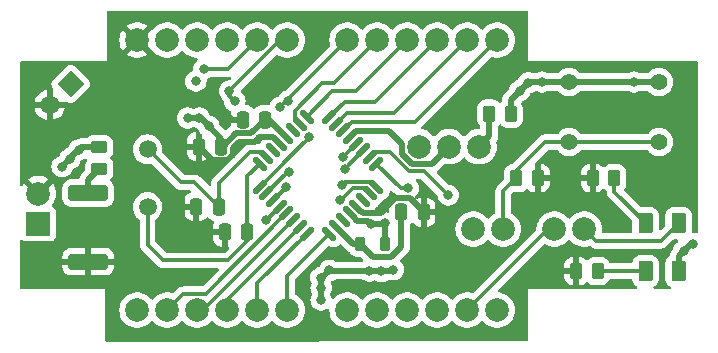
<source format=gbr>
%TF.GenerationSoftware,KiCad,Pcbnew,7.0.7*%
%TF.CreationDate,2023-09-18T12:00:32+02:00*%
%TF.ProjectId,AT90S4433_evaluation_board,41543930-5334-4343-9333-5f6576616c75,rev?*%
%TF.SameCoordinates,Original*%
%TF.FileFunction,Copper,L1,Top*%
%TF.FilePolarity,Positive*%
%FSLAX46Y46*%
G04 Gerber Fmt 4.6, Leading zero omitted, Abs format (unit mm)*
G04 Created by KiCad (PCBNEW 7.0.7) date 2023-09-18 12:00:32*
%MOMM*%
%LPD*%
G01*
G04 APERTURE LIST*
G04 Aperture macros list*
%AMRoundRect*
0 Rectangle with rounded corners*
0 $1 Rounding radius*
0 $2 $3 $4 $5 $6 $7 $8 $9 X,Y pos of 4 corners*
0 Add a 4 corners polygon primitive as box body*
4,1,4,$2,$3,$4,$5,$6,$7,$8,$9,$2,$3,0*
0 Add four circle primitives for the rounded corners*
1,1,$1+$1,$2,$3*
1,1,$1+$1,$4,$5*
1,1,$1+$1,$6,$7*
1,1,$1+$1,$8,$9*
0 Add four rect primitives between the rounded corners*
20,1,$1+$1,$2,$3,$4,$5,0*
20,1,$1+$1,$4,$5,$6,$7,0*
20,1,$1+$1,$6,$7,$8,$9,0*
20,1,$1+$1,$8,$9,$2,$3,0*%
%AMRotRect*
0 Rectangle, with rotation*
0 The origin of the aperture is its center*
0 $1 length*
0 $2 width*
0 $3 Rotation angle, in degrees counterclockwise*
0 Add horizontal line*
21,1,$1,$2,0,0,$3*%
G04 Aperture macros list end*
%TA.AperFunction,ComponentPad*%
%ADD10C,2.000000*%
%TD*%
%TA.AperFunction,ComponentPad*%
%ADD11C,1.500000*%
%TD*%
%TA.AperFunction,SMDPad,CuDef*%
%ADD12RoundRect,0.250000X-0.375000X-0.625000X0.375000X-0.625000X0.375000X0.625000X-0.375000X0.625000X0*%
%TD*%
%TA.AperFunction,SMDPad,CuDef*%
%ADD13RoundRect,0.125000X-0.530330X0.353553X0.353553X-0.530330X0.530330X-0.353553X-0.353553X0.530330X0*%
%TD*%
%TA.AperFunction,SMDPad,CuDef*%
%ADD14RoundRect,0.125000X-0.530330X-0.353553X-0.353553X-0.530330X0.530330X0.353553X0.353553X0.530330X0*%
%TD*%
%TA.AperFunction,SMDPad,CuDef*%
%ADD15RoundRect,0.250000X-1.425000X0.425000X-1.425000X-0.425000X1.425000X-0.425000X1.425000X0.425000X0*%
%TD*%
%TA.AperFunction,ComponentPad*%
%ADD16C,1.397000*%
%TD*%
%TA.AperFunction,SMDPad,CuDef*%
%ADD17RoundRect,0.250000X-0.262500X-0.450000X0.262500X-0.450000X0.262500X0.450000X-0.262500X0.450000X0*%
%TD*%
%TA.AperFunction,SMDPad,CuDef*%
%ADD18RoundRect,0.250000X-0.250000X-0.475000X0.250000X-0.475000X0.250000X0.475000X-0.250000X0.475000X0*%
%TD*%
%TA.AperFunction,ComponentPad*%
%ADD19RotRect,1.600000X1.600000X225.000000*%
%TD*%
%TA.AperFunction,ComponentPad*%
%ADD20C,1.600000*%
%TD*%
%TA.AperFunction,SMDPad,CuDef*%
%ADD21RoundRect,0.218750X0.218750X0.381250X-0.218750X0.381250X-0.218750X-0.381250X0.218750X-0.381250X0*%
%TD*%
%TA.AperFunction,ComponentPad*%
%ADD22R,2.000000X2.000000*%
%TD*%
%TA.AperFunction,SMDPad,CuDef*%
%ADD23RoundRect,0.250000X0.262500X0.450000X-0.262500X0.450000X-0.262500X-0.450000X0.262500X-0.450000X0*%
%TD*%
%TA.AperFunction,SMDPad,CuDef*%
%ADD24RoundRect,0.250000X0.250000X0.475000X-0.250000X0.475000X-0.250000X-0.475000X0.250000X-0.475000X0*%
%TD*%
%TA.AperFunction,SMDPad,CuDef*%
%ADD25RoundRect,0.250000X0.450000X-0.262500X0.450000X0.262500X-0.450000X0.262500X-0.450000X-0.262500X0*%
%TD*%
%TA.AperFunction,ViaPad*%
%ADD26C,0.800000*%
%TD*%
%TA.AperFunction,Conductor*%
%ADD27C,0.500000*%
%TD*%
%TA.AperFunction,Conductor*%
%ADD28C,0.300000*%
%TD*%
G04 APERTURE END LIST*
D10*
%TO.P,JP8,1,A*%
%TO.N,Net-(JP8-A)*%
X140218000Y-92202000D03*
%TO.P,JP8,2,B*%
%TO.N,/PC5(BTN)*%
X137678000Y-92202000D03*
%TD*%
D11*
%TO.P,Y1,1,1*%
%TO.N,/XTAL2*%
X110109000Y-90334001D03*
%TO.P,Y1,2,2*%
%TO.N,/XTAL1*%
X110109000Y-85434001D03*
%TD*%
D10*
%TO.P,JP7,1,A*%
%TO.N,Net-(D1-A)*%
X147076000Y-92202000D03*
%TO.P,JP7,2,B*%
%TO.N,/PC4(LED)*%
X144536000Y-92202000D03*
%TD*%
%TO.P,JP9,1,A*%
%TO.N,Net-(JP9-A)*%
X138176000Y-85217000D03*
%TO.P,JP9,2,C*%
%TO.N,Net-(JP9-C)*%
X135636000Y-85217000D03*
%TO.P,JP9,3,B*%
%TO.N,/EXT_RESET*%
X133096000Y-85217000D03*
%TD*%
D12*
%TO.P,D1,1,K*%
%TO.N,Net-(D1-K)*%
X152270000Y-91694000D03*
%TO.P,D1,2,A*%
%TO.N,Net-(D1-A)*%
X155070000Y-91694000D03*
%TD*%
D13*
%TO.P,U1,1,PD3*%
%TO.N,/PD3*%
X123566344Y-82711887D03*
%TO.P,U1,2,PD4*%
%TO.N,/PD4*%
X123000659Y-83277573D03*
%TO.P,U1,3*%
%TO.N,unconnected-(U1-Pad3)*%
X122434973Y-83843258D03*
%TO.P,U1,4,VCC*%
%TO.N,VCC*%
X121869288Y-84408943D03*
%TO.P,U1,5,GND*%
%TO.N,GND*%
X121303602Y-84974629D03*
%TO.P,U1,6*%
%TO.N,unconnected-(U1-Pad6)*%
X120737917Y-85540314D03*
%TO.P,U1,7,XTAL1*%
%TO.N,/XTAL1*%
X120172232Y-86106000D03*
%TO.P,U1,8,XTAL2*%
%TO.N,/XTAL2*%
X119606546Y-86671685D03*
D14*
%TO.P,U1,9,PD5*%
%TO.N,/PD5*%
X119606546Y-88616229D03*
%TO.P,U1,10,PD6*%
%TO.N,/PD6(AIN0)*%
X120172232Y-89181914D03*
%TO.P,U1,11,PD7*%
%TO.N,/PD7(AIN1)*%
X120737917Y-89747600D03*
%TO.P,U1,12,PB0*%
%TO.N,/PB0*%
X121303602Y-90313285D03*
%TO.P,U1,13,PB1*%
%TO.N,/PB1*%
X121869288Y-90878971D03*
%TO.P,U1,14,PB2*%
%TO.N,/PB2(SS)*%
X122434973Y-91444656D03*
%TO.P,U1,15,PB3*%
%TO.N,/PB3(MOSI)*%
X123000659Y-92010341D03*
%TO.P,U1,16,PB4*%
%TO.N,/PB4(MISO)*%
X123566344Y-92576027D03*
D13*
%TO.P,U1,17,PB5*%
%TO.N,/PB5(SCK)*%
X125510888Y-92576027D03*
%TO.P,U1,18,AVCC*%
%TO.N,Net-(U1-AVCC)*%
X126076573Y-92010341D03*
%TO.P,U1,19*%
%TO.N,unconnected-(U1-Pad19)*%
X126642259Y-91444656D03*
%TO.P,U1,20,AREF*%
%TO.N,VCC*%
X127207944Y-90878971D03*
%TO.P,U1,21,AGND*%
%TO.N,GND*%
X127773630Y-90313285D03*
%TO.P,U1,22*%
%TO.N,unconnected-(U1-Pad22)*%
X128339315Y-89747600D03*
%TO.P,U1,23,PC0*%
%TO.N,/PC0*%
X128905000Y-89181914D03*
%TO.P,U1,24,PC1*%
%TO.N,/PC1*%
X129470686Y-88616229D03*
D14*
%TO.P,U1,25,PC2*%
%TO.N,/PC2*%
X129470686Y-86671685D03*
%TO.P,U1,26,PC3*%
%TO.N,/PC3*%
X128905000Y-86106000D03*
%TO.P,U1,27,PC4*%
%TO.N,/PC4(LED)*%
X128339315Y-85540314D03*
%TO.P,U1,28,PC5*%
%TO.N,/PC5(BTN)*%
X127773630Y-84974629D03*
%TO.P,U1,29,RESET*%
%TO.N,Net-(JP9-C)*%
X127207944Y-84408943D03*
%TO.P,U1,30,PD0*%
%TO.N,/PD0(RXD)*%
X126642259Y-83843258D03*
%TO.P,U1,31,PD1*%
%TO.N,/PD1(TXD)*%
X126076573Y-83277573D03*
%TO.P,U1,32,PD2*%
%TO.N,/PD2*%
X125510888Y-82711887D03*
%TD*%
D15*
%TO.P,D3,1,K*%
%TO.N,Net-(D3-K)*%
X105079800Y-89149600D03*
%TO.P,D3,2,A*%
%TO.N,GND*%
X105079800Y-94949600D03*
%TD*%
D16*
%TO.P,SW1,1,1*%
%TO.N,VCC*%
X145796000Y-79756000D03*
X153416000Y-79756000D03*
%TO.P,SW1,2,2*%
%TO.N,Net-(JP8-A)*%
X145796000Y-84836000D03*
X153416000Y-84836000D03*
%TD*%
D12*
%TO.P,D2,1,K*%
%TO.N,Net-(D2-K)*%
X152270000Y-95758000D03*
%TO.P,D2,2,A*%
%TO.N,VCC*%
X155070000Y-95758000D03*
%TD*%
D17*
%TO.P,R2,1*%
%TO.N,GND*%
X147804500Y-87884000D03*
%TO.P,R2,2*%
%TO.N,Net-(D1-K)*%
X149629500Y-87884000D03*
%TD*%
D18*
%TO.P,C2,1*%
%TO.N,GND*%
X116652000Y-92456000D03*
%TO.P,C2,2*%
%TO.N,/XTAL2*%
X118552000Y-92456000D03*
%TD*%
D17*
%TO.P,R4,1*%
%TO.N,GND*%
X146407500Y-95758000D03*
%TO.P,R4,2*%
%TO.N,Net-(D2-K)*%
X148232500Y-95758000D03*
%TD*%
D10*
%TO.P,JP3,1*%
%TO.N,/PD0(RXD)*%
X139700000Y-76200000D03*
%TO.P,JP3,2*%
%TO.N,/PD1(TXD)*%
X137160000Y-76200000D03*
%TO.P,JP3,3*%
%TO.N,/PD2*%
X134620000Y-76200000D03*
%TO.P,JP3,4*%
%TO.N,/PD3*%
X132080000Y-76200000D03*
%TO.P,JP3,5*%
%TO.N,/PD4*%
X129540000Y-76200000D03*
%TO.P,JP3,6*%
%TO.N,/PD5*%
X127000000Y-76200000D03*
%TD*%
D19*
%TO.P,C6,1*%
%TO.N,VCC*%
X103595143Y-79919857D03*
D20*
%TO.P,C6,2*%
%TO.N,GND*%
X101827376Y-81687624D03*
%TD*%
D21*
%TO.P,L1,1,1*%
%TO.N,VCC*%
X130246900Y-93472000D03*
%TO.P,L1,2,2*%
%TO.N,Net-(U1-AVCC)*%
X128121900Y-93472000D03*
%TD*%
D10*
%TO.P,JP4,1*%
%TO.N,/PB0*%
X109220000Y-99060000D03*
%TO.P,JP4,2*%
%TO.N,/PB1*%
X111760000Y-99060000D03*
%TO.P,JP4,3*%
%TO.N,/PB2(SS)*%
X114300000Y-99060000D03*
%TO.P,JP4,4*%
%TO.N,/PB3(MOSI)*%
X116840000Y-99060000D03*
%TO.P,JP4,5*%
%TO.N,/PB4(MISO)*%
X119380000Y-99060000D03*
%TO.P,JP4,6*%
%TO.N,/PB5(SCK)*%
X121920000Y-99060000D03*
%TD*%
D18*
%TO.P,C1,1*%
%TO.N,GND*%
X114239000Y-90297000D03*
%TO.P,C1,2*%
%TO.N,/XTAL1*%
X116139000Y-90297000D03*
%TD*%
D10*
%TO.P,TP3,1,1*%
%TO.N,GND*%
X100863400Y-89204800D03*
D22*
%TO.P,TP3,2,2*%
%TO.N,VCC*%
X100863400Y-91744800D03*
%TD*%
D18*
%TO.P,C5,1*%
%TO.N,GND*%
X114432000Y-85217000D03*
%TO.P,C5,2*%
%TO.N,VCC*%
X116332000Y-85217000D03*
%TD*%
D23*
%TO.P,R3,1*%
%TO.N,GND*%
X143152500Y-87884000D03*
%TO.P,R3,2*%
%TO.N,Net-(JP8-A)*%
X141327500Y-87884000D03*
%TD*%
D24*
%TO.P,C3,1*%
%TO.N,GND*%
X133487200Y-90779600D03*
%TO.P,C3,2*%
%TO.N,Net-(U1-AVCC)*%
X131587200Y-90779600D03*
%TD*%
D10*
%TO.P,JP1,1*%
%TO.N,/PD6(AIN0)*%
X121920000Y-76200000D03*
%TO.P,JP1,2*%
%TO.N,/PD7(AIN1)*%
X119380000Y-76200000D03*
%TO.P,JP1,3*%
%TO.N,unconnected-(JP1-Pad3)*%
X116840000Y-76200000D03*
%TO.P,JP1,4*%
%TO.N,/EXT_RESET*%
X114300000Y-76200000D03*
%TO.P,JP1,5*%
%TO.N,VCC*%
X111760000Y-76200000D03*
%TO.P,JP1,6*%
%TO.N,GND*%
X109220000Y-76200000D03*
%TD*%
D18*
%TO.P,C4,1*%
%TO.N,GND*%
X118176000Y-82931000D03*
%TO.P,C4,2*%
%TO.N,VCC*%
X120076000Y-82931000D03*
%TD*%
D10*
%TO.P,JP2,1*%
%TO.N,/PC0*%
X127000000Y-99060000D03*
%TO.P,JP2,2*%
%TO.N,/PC1*%
X129540000Y-99060000D03*
%TO.P,JP2,3*%
%TO.N,/PC2*%
X132080000Y-99060000D03*
%TO.P,JP2,4*%
%TO.N,/PC3*%
X134620000Y-99060000D03*
%TO.P,JP2,5*%
%TO.N,/PC4(LED)*%
X137160000Y-99060000D03*
%TO.P,JP2,6*%
%TO.N,/PC5(BTN)*%
X139700000Y-99060000D03*
%TD*%
D23*
%TO.P,R1,1*%
%TO.N,VCC*%
X140866500Y-82423000D03*
%TO.P,R1,2*%
%TO.N,Net-(JP9-A)*%
X139041500Y-82423000D03*
%TD*%
D25*
%TO.P,R5,1*%
%TO.N,Net-(D3-K)*%
X106019600Y-87094700D03*
%TO.P,R5,2*%
%TO.N,VCC*%
X106019600Y-85269700D03*
%TD*%
D26*
%TO.N,/PD6(AIN0)*%
X117500400Y-81381600D03*
X122072400Y-87325200D03*
X117043200Y-80518000D03*
%TO.N,/PD7(AIN1)*%
X121869200Y-88595200D03*
X114884200Y-78638400D03*
X114198400Y-79679800D03*
%TO.N,VCC*%
X130208087Y-91692141D03*
X130911600Y-95631000D03*
X115300000Y-83500000D03*
X155498800Y-94030800D03*
X102870000Y-86918800D03*
X143510000Y-79756000D03*
X124790200Y-96300000D03*
X124800000Y-97200000D03*
X129895600Y-95783400D03*
X103530400Y-86233000D03*
X129000000Y-91744800D03*
X156260800Y-93421200D03*
X125500000Y-95700000D03*
X124800000Y-98200000D03*
X151282400Y-79756000D03*
X113500000Y-82800000D03*
X142341600Y-79806800D03*
X128879600Y-95758000D03*
X141630400Y-80467200D03*
X104267000Y-85496400D03*
X114500000Y-82804000D03*
%TO.N,/PC0*%
X126390400Y-89712800D03*
%TO.N,/PC1*%
X126593600Y-88442800D03*
%TO.N,/PC2*%
X132181600Y-88747600D03*
%TO.N,/PC3*%
X135559873Y-89325027D03*
%TO.N,/PC4(LED)*%
X126796800Y-87071200D03*
%TO.N,/PC5(BTN)*%
X126695200Y-86055200D03*
%TO.N,/PD5*%
X122021600Y-81330800D03*
X121310400Y-81889600D03*
X123748800Y-84429600D03*
%TO.N,/PB0*%
X120142000Y-91440000D03*
%TD*%
D27*
%TO.N,VCC*%
X130155428Y-91744800D02*
X130208087Y-91692141D01*
X129000000Y-91744800D02*
X130155428Y-91744800D01*
X127881903Y-91552930D02*
X127207944Y-90878971D01*
X128808130Y-91552930D02*
X127881903Y-91552930D01*
X129000000Y-91744800D02*
X128808130Y-91552930D01*
X114500000Y-82804000D02*
X113504000Y-82804000D01*
X113504000Y-82804000D02*
X113500000Y-82800000D01*
X114604000Y-82804000D02*
X115300000Y-83500000D01*
X114500000Y-82804000D02*
X114604000Y-82804000D01*
X116332000Y-84532000D02*
X116332000Y-85217000D01*
X115300000Y-83500000D02*
X116332000Y-84532000D01*
D28*
%TO.N,/PD6(AIN0)*%
X117043200Y-80518000D02*
X121361200Y-76200000D01*
X120172232Y-89181914D02*
X120172232Y-89174568D01*
X120172232Y-89174568D02*
X122021600Y-87325200D01*
X117500400Y-81381600D02*
X117043200Y-80924400D01*
X122072400Y-87325200D02*
X122072400Y-87274400D01*
X122021600Y-87325200D02*
X122072400Y-87325200D01*
X122072400Y-87274400D02*
X122021600Y-87325200D01*
X117043200Y-80924400D02*
X117043200Y-80518000D01*
X121361200Y-76200000D02*
X121920000Y-76200000D01*
%TO.N,/PD7(AIN1)*%
X114884200Y-78638400D02*
X116941600Y-78638400D01*
X116941600Y-78638400D02*
X119380000Y-76200000D01*
X121920000Y-88595200D02*
X121869200Y-88646000D01*
X121869200Y-88646000D02*
X121869200Y-88595200D01*
X120802400Y-89712800D02*
X121869200Y-88646000D01*
X118922800Y-76200000D02*
X119380000Y-76200000D01*
X120737917Y-89747600D02*
X120767600Y-89747600D01*
X120767600Y-89747600D02*
X120802400Y-89712800D01*
X121869200Y-88595200D02*
X121920000Y-88595200D01*
D27*
%TO.N,VCC*%
X103530400Y-86207600D02*
X103530400Y-86233000D01*
X142392400Y-79756000D02*
X143510000Y-79756000D01*
X156260800Y-93421200D02*
X156260800Y-93319600D01*
X103530400Y-86233000D02*
X103505000Y-86233000D01*
X124800000Y-98200000D02*
X124800000Y-98288200D01*
X125500000Y-95700000D02*
X125507200Y-95707200D01*
X102819200Y-86918800D02*
X102819200Y-86918800D01*
X121869288Y-84408943D02*
X120391345Y-82931000D01*
X155070000Y-94510400D02*
X155498800Y-94081600D01*
X155070000Y-94510400D02*
X155070000Y-95758000D01*
X124900000Y-96300000D02*
X125500000Y-95700000D01*
X140866500Y-82423000D02*
X140866500Y-81281900D01*
X156260800Y-93319600D02*
X156159200Y-93421200D01*
X124790200Y-97190200D02*
X124790200Y-96300000D01*
X102870000Y-86918800D02*
X102819200Y-86918800D01*
X104468300Y-85269700D02*
X104267000Y-85471000D01*
X124800000Y-98200000D02*
X124800000Y-97200000D01*
X118901000Y-84106000D02*
X117570000Y-84106000D01*
X130759200Y-95783400D02*
X130911600Y-95631000D01*
X106019600Y-85269700D02*
X104468300Y-85269700D01*
X141681200Y-80467200D02*
X141630400Y-80467200D01*
X124790200Y-96300000D02*
X124900000Y-96300000D01*
X155498800Y-94081600D02*
X155498800Y-94030800D01*
X140866500Y-81281900D02*
X141630400Y-80518000D01*
X104267000Y-85471000D02*
X104267000Y-85496400D01*
X142341600Y-79806800D02*
X141681200Y-80467200D01*
X143510000Y-79756000D02*
X151282400Y-79756000D01*
X117570000Y-84106000D02*
X116459000Y-85217000D01*
X141630400Y-80518000D02*
X141630400Y-80467200D01*
X102870000Y-86868000D02*
X102870000Y-86918800D01*
X116459000Y-85217000D02*
X116332000Y-85217000D01*
X130208087Y-91692141D02*
X130208087Y-93378087D01*
X128828800Y-95707200D02*
X128879600Y-95758000D01*
X130246900Y-93416900D02*
X130246900Y-93472000D01*
X156159200Y-93421200D02*
X156260800Y-93421200D01*
X104267000Y-85496400D02*
X104241600Y-85496400D01*
X151282400Y-79756000D02*
X153416000Y-79756000D01*
X103505000Y-86233000D02*
X102870000Y-86868000D01*
X124800000Y-97200000D02*
X124790200Y-97190200D01*
X120076000Y-82931000D02*
X118901000Y-84106000D01*
X129895600Y-95783400D02*
X130759200Y-95783400D01*
X104241600Y-85496400D02*
X103530400Y-86207600D01*
X155498800Y-94030800D02*
X155549600Y-94030800D01*
X120391345Y-82931000D02*
X120076000Y-82931000D01*
X129895600Y-95783400D02*
X128905000Y-95783400D01*
X128905000Y-95783400D02*
X128879600Y-95758000D01*
X142341600Y-79806800D02*
X142392400Y-79756000D01*
X125507200Y-95707200D02*
X128828800Y-95707200D01*
X155549600Y-94030800D02*
X156159200Y-93421200D01*
X130208087Y-93378087D02*
X130246900Y-93416900D01*
%TO.N,GND*%
X131047251Y-89604600D02*
X132312200Y-89604600D01*
X132312200Y-89604600D02*
X133487200Y-90779600D01*
X117348000Y-85915949D02*
X116871949Y-86392000D01*
X118186200Y-82931000D02*
X118211600Y-82905600D01*
X120763957Y-84434984D02*
X119561966Y-84434984D01*
X116871949Y-86392000D02*
X115607000Y-86392000D01*
X118211600Y-82905600D02*
X118160800Y-82956400D01*
X118176000Y-82931000D02*
X118186200Y-82931000D01*
X127773630Y-90313285D02*
X128313275Y-90852930D01*
X118160800Y-82956400D02*
X117297200Y-82956400D01*
X129845216Y-90852930D02*
X129845216Y-90806635D01*
X129845216Y-90806635D02*
X131047251Y-89604600D01*
X117886000Y-84806000D02*
X117348000Y-85344000D01*
X128313275Y-90852930D02*
X129845216Y-90852930D01*
X117297200Y-82956400D02*
X116636800Y-82296000D01*
X121303602Y-84974629D02*
X120763957Y-84434984D01*
X119561966Y-84434984D02*
X119190949Y-84806000D01*
X119190949Y-84806000D02*
X117886000Y-84806000D01*
X117348000Y-85344000D02*
X117348000Y-85915949D01*
X115607000Y-86392000D02*
X114432000Y-85217000D01*
D28*
%TO.N,/PC0*%
X126390400Y-89712800D02*
X126390400Y-89814400D01*
X126492000Y-89712800D02*
X126390400Y-89712800D01*
X126390400Y-89814400D02*
X126390400Y-89814400D01*
X127462530Y-88742270D02*
X126492000Y-89712800D01*
X128905000Y-89181914D02*
X128465356Y-88742270D01*
X128465356Y-88742270D02*
X127462530Y-88742270D01*
%TO.N,/PC1*%
X129031041Y-88176584D02*
X126859816Y-88176584D01*
X126593600Y-88442800D02*
X126542800Y-88493600D01*
X129470686Y-88616229D02*
X129031041Y-88176584D01*
X126859816Y-88176584D02*
X126593600Y-88442800D01*
%TO.N,/PC2*%
X132161221Y-88755100D02*
X132181600Y-88747600D01*
X129470686Y-86697086D02*
X129470686Y-86671685D01*
X132176221Y-88755100D02*
X131528700Y-88755100D01*
X131528700Y-88755100D02*
X129470686Y-86697086D01*
X132181600Y-88747600D02*
X132176221Y-88755100D01*
X132168721Y-88755100D02*
X132161221Y-88755100D01*
%TO.N,/PC3*%
X135559873Y-89325027D02*
X135553027Y-89325027D01*
X132246862Y-87267000D02*
X130646217Y-85666355D01*
X130646217Y-85666355D02*
X129344645Y-85666355D01*
X129344645Y-85666355D02*
X128905000Y-86106000D01*
X135553027Y-89325027D02*
X133495000Y-87267000D01*
X133495000Y-87267000D02*
X132246862Y-87267000D01*
%TO.N,/PC4(LED)*%
X137160000Y-99060000D02*
X144018000Y-92202000D01*
X144018000Y-92202000D02*
X144536000Y-92202000D01*
X128339315Y-85540314D02*
X128327686Y-85540314D01*
X128327686Y-85540314D02*
X126796800Y-87071200D01*
X126796800Y-87071200D02*
X126847600Y-87020400D01*
%TO.N,/PC5(BTN)*%
X126746000Y-86002259D02*
X126695200Y-86055200D01*
X127773630Y-84974629D02*
X126746000Y-86002259D01*
X126695200Y-86055200D02*
X126746000Y-86004400D01*
%TO.N,/PD0(RXD)*%
X126642259Y-83843258D02*
X127376717Y-83108800D01*
X132791200Y-83108800D02*
X139700000Y-76200000D01*
X127376717Y-83108800D02*
X132791200Y-83108800D01*
%TO.N,/PD1(TXD)*%
X127007346Y-82346800D02*
X131013200Y-82346800D01*
X126076573Y-83277573D02*
X127007346Y-82346800D01*
X131013200Y-82346800D02*
X137160000Y-76200000D01*
%TO.N,/PD2*%
X125510888Y-82711887D02*
X126790375Y-81432400D01*
X129387600Y-81432400D02*
X134620000Y-76200000D01*
X126790375Y-81432400D02*
X129387600Y-81432400D01*
%TO.N,/PD3*%
X123566344Y-82711887D02*
X125760231Y-80518000D01*
X127762000Y-80518000D02*
X132080000Y-76200000D01*
X125760231Y-80518000D02*
X127762000Y-80518000D01*
%TO.N,/PD4*%
X122561014Y-82837928D02*
X122561014Y-82161582D01*
X122561014Y-82161582D02*
X124864996Y-79857600D01*
X124864996Y-79857600D02*
X125933200Y-79857600D01*
X125933200Y-79857600D02*
X125933200Y-79806800D01*
X125933200Y-79806800D02*
X129540000Y-76200000D01*
X123000659Y-83277573D02*
X122561014Y-82837928D01*
%TO.N,/PD5*%
X123748800Y-84473975D02*
X119606546Y-88616229D01*
X121681913Y-86547287D02*
X121675487Y-86547287D01*
X121310400Y-81889600D02*
X127000000Y-76200000D01*
X123748800Y-84429600D02*
X123748800Y-84473975D01*
X123748800Y-84480400D02*
X121681913Y-86547287D01*
X123748800Y-84429600D02*
X123748800Y-84480400D01*
%TO.N,/PB0*%
X121303602Y-90313285D02*
X120176887Y-91440000D01*
X120176887Y-91440000D02*
X120142000Y-91440000D01*
%TO.N,/PB1*%
X121869288Y-90878971D02*
X115038259Y-97710000D01*
X113110000Y-97710000D02*
X111760000Y-99060000D01*
X115038259Y-97710000D02*
X113110000Y-97710000D01*
%TO.N,/PB2(SS)*%
X122434973Y-91444656D02*
X114819629Y-99060000D01*
X114819629Y-99060000D02*
X114300000Y-99060000D01*
%TO.N,/PB3(MOSI)*%
X116840000Y-98171000D02*
X116840000Y-99060000D01*
X123000659Y-92010341D02*
X116840000Y-98171000D01*
%TO.N,/PB4(MISO)*%
X119380000Y-96762371D02*
X119380000Y-99060000D01*
X123566344Y-92576027D02*
X119380000Y-96762371D01*
%TO.N,/PB5(SCK)*%
X125510888Y-92576027D02*
X121920000Y-96166915D01*
X121920000Y-96166915D02*
X121920000Y-99060000D01*
%TO.N,Net-(D2-K)*%
X148232500Y-95758000D02*
X152270000Y-95758000D01*
%TO.N,Net-(D1-A)*%
X148076000Y-93202000D02*
X153562000Y-93202000D01*
X147076000Y-92202000D02*
X148076000Y-93202000D01*
X153562000Y-93202000D02*
X155070000Y-91694000D01*
%TO.N,Net-(JP8-A)*%
X140218000Y-92202000D02*
X140218000Y-88993500D01*
X145796000Y-84836000D02*
X153416000Y-84836000D01*
X143764000Y-84836000D02*
X145796000Y-84836000D01*
X140218000Y-88993500D02*
X141327500Y-87884000D01*
X141327500Y-87884000D02*
X141327500Y-87272500D01*
X141327500Y-87272500D02*
X143764000Y-84836000D01*
D27*
%TO.N,Net-(JP9-A)*%
X139041500Y-84351500D02*
X138176000Y-85217000D01*
X139041500Y-82423000D02*
X139041500Y-84351500D01*
%TO.N,Net-(JP9-C)*%
X127747588Y-83869299D02*
X127207944Y-84408943D01*
X132495390Y-86667000D02*
X131646000Y-85817610D01*
X130554499Y-83869299D02*
X127747588Y-83869299D01*
X131646000Y-85817610D02*
X131646000Y-84960800D01*
X131646000Y-84960800D02*
X130554499Y-83869299D01*
X134186000Y-86667000D02*
X132495390Y-86667000D01*
X135636000Y-85217000D02*
X134186000Y-86667000D01*
D28*
%TO.N,/XTAL1*%
X118803645Y-85666355D02*
X116139000Y-88331000D01*
X112904999Y-88230000D02*
X110109000Y-85434001D01*
X114072000Y-88230000D02*
X112904999Y-88230000D01*
X116139000Y-88331000D02*
X116139000Y-90297000D01*
X119732587Y-85666355D02*
X118803645Y-85666355D01*
X120172232Y-86106000D02*
X119732587Y-85666355D01*
X116139000Y-90297000D02*
X114072000Y-88230000D01*
%TO.N,/XTAL2*%
X110109000Y-93548200D02*
X110109000Y-90334001D01*
X116941600Y-94843600D02*
X111404400Y-94843600D01*
X111404400Y-94843600D02*
X110109000Y-93548200D01*
X118552000Y-92456000D02*
X118552000Y-93233200D01*
X118552000Y-93233200D02*
X116941600Y-94843600D01*
X119606546Y-86671685D02*
X118552000Y-87726231D01*
X118552000Y-87726231D02*
X118552000Y-92456000D01*
D27*
%TO.N,Net-(U1-AVCC)*%
X129167600Y-94522000D02*
X130742655Y-94522000D01*
X130742655Y-94522000D02*
X131587200Y-93677455D01*
X128121900Y-93472000D02*
X128121900Y-93476300D01*
X131587200Y-93677455D02*
X131587200Y-90779600D01*
X127538232Y-93472000D02*
X128121900Y-93472000D01*
X126076573Y-92010341D02*
X127538232Y-93472000D01*
X128121900Y-93476300D02*
X129167600Y-94522000D01*
D28*
%TO.N,Net-(D1-K)*%
X149629500Y-89053500D02*
X152270000Y-91694000D01*
X149629500Y-87884000D02*
X149629500Y-89053500D01*
D27*
%TO.N,Net-(D3-K)*%
X105079800Y-88034500D02*
X106019600Y-87094700D01*
X105079800Y-89149600D02*
X105079800Y-88034500D01*
%TD*%
%TA.AperFunction,Conductor*%
%TO.N,GND*%
G36*
X142284639Y-73730485D02*
G01*
X142330394Y-73783289D01*
X142341600Y-73834800D01*
X142341600Y-77978000D01*
X156594000Y-77978000D01*
X156661039Y-77997685D01*
X156706794Y-78050489D01*
X156718000Y-78102000D01*
X156718000Y-92448094D01*
X156698315Y-92515133D01*
X156645511Y-92560888D01*
X156576353Y-92570832D01*
X156543572Y-92561377D01*
X156540607Y-92560057D01*
X156540602Y-92560055D01*
X156377661Y-92525422D01*
X156355446Y-92520700D01*
X156355445Y-92520700D01*
X156317317Y-92520700D01*
X156250278Y-92501015D01*
X156204523Y-92448211D01*
X156193959Y-92384100D01*
X156194819Y-92375669D01*
X156195500Y-92369009D01*
X156195499Y-91018992D01*
X156184999Y-90916203D01*
X156129814Y-90749666D01*
X156037712Y-90600344D01*
X155913656Y-90476288D01*
X155796886Y-90404264D01*
X155764336Y-90384187D01*
X155764331Y-90384185D01*
X155759005Y-90382420D01*
X155597797Y-90329001D01*
X155597795Y-90329000D01*
X155495010Y-90318500D01*
X154644998Y-90318500D01*
X154644980Y-90318501D01*
X154542203Y-90329000D01*
X154542200Y-90329001D01*
X154375668Y-90384185D01*
X154375663Y-90384187D01*
X154226342Y-90476289D01*
X154102289Y-90600342D01*
X154010187Y-90749663D01*
X154010185Y-90749668D01*
X153985829Y-90823169D01*
X153955001Y-90916203D01*
X153955001Y-90916204D01*
X153955000Y-90916204D01*
X153944500Y-91018983D01*
X153944499Y-91018996D01*
X153944500Y-91848191D01*
X153924815Y-91915230D01*
X153908181Y-91935872D01*
X153607180Y-92236872D01*
X153545857Y-92270357D01*
X153476165Y-92265373D01*
X153420232Y-92223501D01*
X153395815Y-92158037D01*
X153395499Y-92149214D01*
X153395499Y-91018992D01*
X153384999Y-90916203D01*
X153329814Y-90749666D01*
X153237712Y-90600344D01*
X153113656Y-90476288D01*
X152996886Y-90404264D01*
X152964336Y-90384187D01*
X152964331Y-90384185D01*
X152959005Y-90382420D01*
X152797797Y-90329001D01*
X152797795Y-90329000D01*
X152695016Y-90318500D01*
X151865808Y-90318500D01*
X151798769Y-90298815D01*
X151778127Y-90282181D01*
X150479338Y-88983391D01*
X150445853Y-88922068D01*
X150450837Y-88852376D01*
X150479342Y-88808025D01*
X150484712Y-88802656D01*
X150576814Y-88653334D01*
X150631999Y-88486797D01*
X150642500Y-88384009D01*
X150642499Y-87383992D01*
X150637373Y-87333816D01*
X150631999Y-87281203D01*
X150631998Y-87281200D01*
X150627108Y-87266442D01*
X150576814Y-87114666D01*
X150484712Y-86965344D01*
X150360656Y-86841288D01*
X150211334Y-86749186D01*
X150044797Y-86694001D01*
X150044795Y-86694000D01*
X149942010Y-86683500D01*
X149316998Y-86683500D01*
X149316980Y-86683501D01*
X149214203Y-86694000D01*
X149214200Y-86694001D01*
X149047668Y-86749185D01*
X149047663Y-86749187D01*
X148898345Y-86841287D01*
X148804327Y-86935305D01*
X148743003Y-86968789D01*
X148673312Y-86963805D01*
X148628965Y-86935304D01*
X148535345Y-86841684D01*
X148386124Y-86749643D01*
X148386119Y-86749641D01*
X148219697Y-86694494D01*
X148219690Y-86694493D01*
X148116986Y-86684000D01*
X148054500Y-86684000D01*
X148054500Y-89083999D01*
X148116972Y-89083999D01*
X148116986Y-89083998D01*
X148219697Y-89073505D01*
X148386119Y-89018358D01*
X148386124Y-89018356D01*
X148535342Y-88926317D01*
X148628964Y-88832695D01*
X148690287Y-88799210D01*
X148759979Y-88804194D01*
X148804327Y-88832695D01*
X148898345Y-88926713D01*
X148919453Y-88939732D01*
X148966179Y-88991679D01*
X148978298Y-89041374D01*
X148979000Y-89063701D01*
X148979000Y-89094420D01*
X148979001Y-89094440D01*
X148979918Y-89101706D01*
X148980376Y-89107524D01*
X148981902Y-89156067D01*
X148981903Y-89156070D01*
X148987823Y-89176448D01*
X148991768Y-89195496D01*
X148994428Y-89216554D01*
X148994431Y-89216564D01*
X149012313Y-89261730D01*
X149014205Y-89267258D01*
X149027754Y-89313895D01*
X149027755Y-89313897D01*
X149038560Y-89332166D01*
X149047117Y-89349634D01*
X149052726Y-89363800D01*
X149054932Y-89369372D01*
X149083483Y-89408670D01*
X149086691Y-89413553D01*
X149099948Y-89435970D01*
X149111419Y-89455365D01*
X149111423Y-89455369D01*
X149126425Y-89470371D01*
X149139063Y-89485169D01*
X149151533Y-89502333D01*
X149151536Y-89502336D01*
X149151537Y-89502337D01*
X149188976Y-89533309D01*
X149193276Y-89537222D01*
X150154840Y-90498786D01*
X151108181Y-91452127D01*
X151141666Y-91513450D01*
X151144500Y-91539808D01*
X151144500Y-92369001D01*
X151144501Y-92369017D01*
X151149189Y-92414898D01*
X151136420Y-92483591D01*
X151088539Y-92534475D01*
X151025831Y-92551500D01*
X148687383Y-92551500D01*
X148620344Y-92531815D01*
X148574589Y-92479011D01*
X148563807Y-92417260D01*
X148581643Y-92202006D01*
X148581643Y-92201994D01*
X148561109Y-91954187D01*
X148561107Y-91954175D01*
X148500063Y-91713118D01*
X148400173Y-91485393D01*
X148264166Y-91277217D01*
X148199744Y-91207236D01*
X148095744Y-91094262D01*
X147899509Y-90941526D01*
X147899507Y-90941525D01*
X147899506Y-90941524D01*
X147680811Y-90823172D01*
X147680802Y-90823169D01*
X147445616Y-90742429D01*
X147200335Y-90701500D01*
X146951665Y-90701500D01*
X146706383Y-90742429D01*
X146471197Y-90823169D01*
X146471188Y-90823172D01*
X146252493Y-90941524D01*
X146056257Y-91094261D01*
X145897230Y-91267010D01*
X145837342Y-91303001D01*
X145767504Y-91300900D01*
X145714770Y-91267010D01*
X145659744Y-91207236D01*
X145555744Y-91094262D01*
X145359509Y-90941526D01*
X145359507Y-90941525D01*
X145359506Y-90941524D01*
X145140811Y-90823172D01*
X145140802Y-90823169D01*
X144905616Y-90742429D01*
X144660335Y-90701500D01*
X144411665Y-90701500D01*
X144166383Y-90742429D01*
X143931197Y-90823169D01*
X143931188Y-90823172D01*
X143712493Y-90941524D01*
X143516257Y-91094261D01*
X143347833Y-91277217D01*
X143211826Y-91485393D01*
X143111936Y-91713118D01*
X143050892Y-91954175D01*
X143050890Y-91954187D01*
X143030357Y-92201994D01*
X143030357Y-92202001D01*
X143030791Y-92207242D01*
X143016707Y-92275677D01*
X142994895Y-92305157D01*
X137710909Y-97589143D01*
X137649586Y-97622628D01*
X137582967Y-97618744D01*
X137529613Y-97600428D01*
X137284335Y-97559500D01*
X137035665Y-97559500D01*
X136790383Y-97600429D01*
X136555197Y-97681169D01*
X136555188Y-97681172D01*
X136336493Y-97799524D01*
X136140257Y-97952261D01*
X135981230Y-98125010D01*
X135921342Y-98161001D01*
X135851504Y-98158900D01*
X135798770Y-98125010D01*
X135728132Y-98048277D01*
X135639744Y-97952262D01*
X135443509Y-97799526D01*
X135443507Y-97799525D01*
X135443506Y-97799524D01*
X135224811Y-97681172D01*
X135224802Y-97681169D01*
X134989616Y-97600429D01*
X134744335Y-97559500D01*
X134495665Y-97559500D01*
X134250383Y-97600429D01*
X134015197Y-97681169D01*
X134015188Y-97681172D01*
X133796493Y-97799524D01*
X133600255Y-97952262D01*
X133600252Y-97952265D01*
X133441228Y-98125010D01*
X133381341Y-98161001D01*
X133311503Y-98158900D01*
X133258770Y-98125011D01*
X133099744Y-97952262D01*
X132903509Y-97799526D01*
X132903507Y-97799525D01*
X132903506Y-97799524D01*
X132684811Y-97681172D01*
X132684802Y-97681169D01*
X132449616Y-97600429D01*
X132204335Y-97559500D01*
X131955665Y-97559500D01*
X131710383Y-97600429D01*
X131475197Y-97681169D01*
X131475188Y-97681172D01*
X131256493Y-97799524D01*
X131060255Y-97952262D01*
X131060252Y-97952265D01*
X130901228Y-98125010D01*
X130841341Y-98161001D01*
X130771503Y-98158900D01*
X130718770Y-98125011D01*
X130559744Y-97952262D01*
X130363509Y-97799526D01*
X130363507Y-97799525D01*
X130363506Y-97799524D01*
X130144811Y-97681172D01*
X130144802Y-97681169D01*
X129909616Y-97600429D01*
X129664335Y-97559500D01*
X129415665Y-97559500D01*
X129170383Y-97600429D01*
X128935197Y-97681169D01*
X128935188Y-97681172D01*
X128716493Y-97799524D01*
X128520257Y-97952261D01*
X128361230Y-98125010D01*
X128301342Y-98161001D01*
X128231504Y-98158900D01*
X128178770Y-98125010D01*
X128108132Y-98048277D01*
X128019744Y-97952262D01*
X127823509Y-97799526D01*
X127823507Y-97799525D01*
X127823506Y-97799524D01*
X127604811Y-97681172D01*
X127604802Y-97681169D01*
X127369616Y-97600429D01*
X127124335Y-97559500D01*
X126875665Y-97559500D01*
X126630383Y-97600429D01*
X126395197Y-97681169D01*
X126395188Y-97681172D01*
X126176493Y-97799524D01*
X125980255Y-97952262D01*
X125980252Y-97952265D01*
X125891867Y-98048277D01*
X125831980Y-98084268D01*
X125762142Y-98082167D01*
X125704526Y-98042643D01*
X125682707Y-98002612D01*
X125627181Y-97831722D01*
X125627180Y-97831721D01*
X125627179Y-97831716D01*
X125586928Y-97761999D01*
X125570455Y-97694098D01*
X125586929Y-97637998D01*
X125627179Y-97568284D01*
X125638376Y-97533822D01*
X125685674Y-97388256D01*
X125705460Y-97200000D01*
X125685674Y-97011744D01*
X125627179Y-96831716D01*
X125610896Y-96803512D01*
X125594423Y-96735612D01*
X125610894Y-96679514D01*
X125617379Y-96668284D01*
X125619872Y-96660608D01*
X125650134Y-96611231D01*
X125652788Y-96608578D01*
X125714115Y-96575107D01*
X125714482Y-96575027D01*
X125779803Y-96561144D01*
X125952730Y-96484151D01*
X125953284Y-96483748D01*
X125956542Y-96481382D01*
X126022348Y-96457902D01*
X126029427Y-96457700D01*
X128270343Y-96457700D01*
X128337382Y-96477385D01*
X128343228Y-96481382D01*
X128426865Y-96542148D01*
X128426870Y-96542151D01*
X128599792Y-96619142D01*
X128599797Y-96619144D01*
X128784954Y-96658500D01*
X128784955Y-96658500D01*
X128974244Y-96658500D01*
X128974246Y-96658500D01*
X129159403Y-96619144D01*
X129313792Y-96550404D01*
X129383038Y-96541119D01*
X129437114Y-96563369D01*
X129442866Y-96567549D01*
X129442870Y-96567551D01*
X129615792Y-96644542D01*
X129615797Y-96644544D01*
X129800954Y-96683900D01*
X129800955Y-96683900D01*
X129990244Y-96683900D01*
X129990246Y-96683900D01*
X130175403Y-96644544D01*
X130348330Y-96567551D01*
X130357153Y-96561141D01*
X130362052Y-96557582D01*
X130427858Y-96534102D01*
X130434937Y-96533900D01*
X130695495Y-96533900D01*
X130713465Y-96535209D01*
X130737223Y-96538689D01*
X130789268Y-96534135D01*
X130794670Y-96533900D01*
X130802902Y-96533900D01*
X130802909Y-96533900D01*
X130819857Y-96531918D01*
X130827059Y-96531500D01*
X131006244Y-96531500D01*
X131006246Y-96531500D01*
X131191403Y-96492144D01*
X131364330Y-96415151D01*
X131517471Y-96303888D01*
X131644133Y-96163216D01*
X131738779Y-95999284D01*
X131797274Y-95819256D01*
X131817060Y-95631000D01*
X131797274Y-95442744D01*
X131738779Y-95262716D01*
X131644133Y-95098784D01*
X131525343Y-94966855D01*
X131495116Y-94903868D01*
X131503741Y-94834533D01*
X131529812Y-94796209D01*
X132072842Y-94253179D01*
X132086471Y-94241402D01*
X132105730Y-94227065D01*
X132129943Y-94198208D01*
X132139301Y-94187056D01*
X132142961Y-94183061D01*
X132148790Y-94177233D01*
X132169141Y-94151494D01*
X132175148Y-94144334D01*
X132218502Y-94092669D01*
X132218506Y-94092660D01*
X132222474Y-94086630D01*
X132222525Y-94086663D01*
X132226572Y-94080311D01*
X132226520Y-94080279D01*
X132230312Y-94074130D01*
X132262775Y-94004513D01*
X132284734Y-93960789D01*
X132297240Y-93935888D01*
X132297242Y-93935876D01*
X132299709Y-93929101D01*
X132299767Y-93929122D01*
X132302243Y-93922001D01*
X132302186Y-93921983D01*
X132304457Y-93915128D01*
X132319992Y-93839889D01*
X132337700Y-93765177D01*
X132338539Y-93758000D01*
X132338600Y-93758007D01*
X132339366Y-93750515D01*
X132339304Y-93750510D01*
X132339932Y-93743318D01*
X132339934Y-93743311D01*
X132337700Y-93666538D01*
X132337700Y-92202005D01*
X136172357Y-92202005D01*
X136192890Y-92449812D01*
X136192892Y-92449824D01*
X136253936Y-92690881D01*
X136353826Y-92918606D01*
X136489833Y-93126782D01*
X136489836Y-93126785D01*
X136658256Y-93309738D01*
X136854491Y-93462474D01*
X137073190Y-93580828D01*
X137308386Y-93661571D01*
X137553665Y-93702500D01*
X137802335Y-93702500D01*
X138047614Y-93661571D01*
X138282810Y-93580828D01*
X138501509Y-93462474D01*
X138697744Y-93309738D01*
X138856772Y-93136986D01*
X138916656Y-93100999D01*
X138986494Y-93103099D01*
X139039228Y-93136989D01*
X139190736Y-93301569D01*
X139198256Y-93309738D01*
X139394491Y-93462474D01*
X139613190Y-93580828D01*
X139848386Y-93661571D01*
X140093665Y-93702500D01*
X140342335Y-93702500D01*
X140587614Y-93661571D01*
X140822810Y-93580828D01*
X141041509Y-93462474D01*
X141237744Y-93309738D01*
X141406164Y-93126785D01*
X141542173Y-92918607D01*
X141642063Y-92690881D01*
X141703108Y-92449821D01*
X141703109Y-92449812D01*
X141723643Y-92202005D01*
X141723643Y-92201994D01*
X141703109Y-91954187D01*
X141703107Y-91954175D01*
X141642063Y-91713118D01*
X141542173Y-91485393D01*
X141406166Y-91277217D01*
X141341744Y-91207236D01*
X141237744Y-91094262D01*
X141041509Y-90941526D01*
X141041508Y-90941525D01*
X141041505Y-90941523D01*
X141041498Y-90941519D01*
X140933482Y-90883063D01*
X140883891Y-90833844D01*
X140868500Y-90774009D01*
X140868500Y-89314307D01*
X140888185Y-89247268D01*
X140904815Y-89226630D01*
X141010627Y-89120817D01*
X141071950Y-89087333D01*
X141098308Y-89084499D01*
X141640002Y-89084499D01*
X141640008Y-89084499D01*
X141742797Y-89073999D01*
X141909334Y-89018814D01*
X142058656Y-88926712D01*
X142152675Y-88832692D01*
X142213994Y-88799210D01*
X142283686Y-88804194D01*
X142328034Y-88832695D01*
X142421654Y-88926315D01*
X142570875Y-89018356D01*
X142570880Y-89018358D01*
X142737302Y-89073505D01*
X142737309Y-89073506D01*
X142840019Y-89083999D01*
X142902499Y-89083998D01*
X142902500Y-89083998D01*
X142902500Y-88134000D01*
X143402500Y-88134000D01*
X143402500Y-89083999D01*
X143464972Y-89083999D01*
X143464986Y-89083998D01*
X143567697Y-89073505D01*
X143734119Y-89018358D01*
X143734124Y-89018356D01*
X143883345Y-88926315D01*
X144007315Y-88802345D01*
X144099356Y-88653124D01*
X144099358Y-88653119D01*
X144154505Y-88486697D01*
X144154506Y-88486690D01*
X144164999Y-88383986D01*
X144165000Y-88383973D01*
X144165000Y-88134000D01*
X146792001Y-88134000D01*
X146792001Y-88383986D01*
X146802494Y-88486697D01*
X146857641Y-88653119D01*
X146857643Y-88653124D01*
X146949684Y-88802345D01*
X147073654Y-88926315D01*
X147222875Y-89018356D01*
X147222880Y-89018358D01*
X147389302Y-89073505D01*
X147389309Y-89073506D01*
X147492019Y-89083999D01*
X147554499Y-89083998D01*
X147554500Y-89083998D01*
X147554500Y-88134000D01*
X146792001Y-88134000D01*
X144165000Y-88134000D01*
X143402500Y-88134000D01*
X142902500Y-88134000D01*
X142902500Y-86684000D01*
X143402500Y-86684000D01*
X143402500Y-87634000D01*
X144164999Y-87634000D01*
X146792000Y-87634000D01*
X147554500Y-87634000D01*
X147554500Y-86684000D01*
X147554499Y-86683999D01*
X147492028Y-86684000D01*
X147492011Y-86684001D01*
X147389302Y-86694494D01*
X147222880Y-86749641D01*
X147222875Y-86749643D01*
X147073654Y-86841684D01*
X146949684Y-86965654D01*
X146857643Y-87114875D01*
X146857641Y-87114880D01*
X146802494Y-87281302D01*
X146802493Y-87281309D01*
X146792000Y-87384013D01*
X146792000Y-87634000D01*
X144164999Y-87634000D01*
X144164999Y-87384028D01*
X144164998Y-87384013D01*
X144154505Y-87281302D01*
X144099358Y-87114880D01*
X144099356Y-87114875D01*
X144007315Y-86965654D01*
X143883345Y-86841684D01*
X143734124Y-86749643D01*
X143734119Y-86749641D01*
X143567697Y-86694494D01*
X143567690Y-86694493D01*
X143464986Y-86684000D01*
X143402500Y-86684000D01*
X142902500Y-86684000D01*
X142902500Y-86668806D01*
X142922185Y-86601767D01*
X142938813Y-86581132D01*
X143997126Y-85522819D01*
X144058450Y-85489334D01*
X144084808Y-85486500D01*
X144723017Y-85486500D01*
X144790056Y-85506185D01*
X144821970Y-85535773D01*
X144906132Y-85647222D01*
X144906134Y-85647224D01*
X144906138Y-85647228D01*
X145070344Y-85796921D01*
X145070346Y-85796923D01*
X145259266Y-85913897D01*
X145259272Y-85913900D01*
X145278498Y-85921348D01*
X145466472Y-85994170D01*
X145684896Y-86035000D01*
X145684899Y-86035000D01*
X145907101Y-86035000D01*
X145907104Y-86035000D01*
X146125528Y-85994170D01*
X146332730Y-85913899D01*
X146521655Y-85796922D01*
X146685868Y-85647222D01*
X146770029Y-85535773D01*
X146826137Y-85494137D01*
X146868983Y-85486500D01*
X152343017Y-85486500D01*
X152410056Y-85506185D01*
X152441970Y-85535773D01*
X152526132Y-85647222D01*
X152526134Y-85647224D01*
X152526138Y-85647228D01*
X152690344Y-85796921D01*
X152690346Y-85796923D01*
X152879266Y-85913897D01*
X152879272Y-85913900D01*
X152898498Y-85921348D01*
X153086472Y-85994170D01*
X153304896Y-86035000D01*
X153304899Y-86035000D01*
X153527101Y-86035000D01*
X153527104Y-86035000D01*
X153745528Y-85994170D01*
X153952730Y-85913899D01*
X154141655Y-85796922D01*
X154300658Y-85651972D01*
X154305866Y-85647224D01*
X154305870Y-85647219D01*
X154439778Y-85469896D01*
X154538824Y-85270984D01*
X154599634Y-85057260D01*
X154620137Y-84836000D01*
X154612571Y-84754356D01*
X154599634Y-84614740D01*
X154599633Y-84614738D01*
X154596024Y-84602055D01*
X154538824Y-84401016D01*
X154537181Y-84397717D01*
X154479566Y-84282010D01*
X154439778Y-84202104D01*
X154333460Y-84061316D01*
X154305866Y-84024775D01*
X154141655Y-83875078D01*
X154141653Y-83875076D01*
X153952733Y-83758102D01*
X153952727Y-83758099D01*
X153816420Y-83705294D01*
X153745528Y-83677830D01*
X153527104Y-83637000D01*
X153304896Y-83637000D01*
X153086472Y-83677830D01*
X153047657Y-83692867D01*
X152879272Y-83758099D01*
X152879266Y-83758102D01*
X152690346Y-83875076D01*
X152690344Y-83875078D01*
X152526138Y-84024771D01*
X152526130Y-84024780D01*
X152441971Y-84136226D01*
X152385863Y-84177863D01*
X152343017Y-84185500D01*
X146868983Y-84185500D01*
X146801944Y-84165815D01*
X146770029Y-84136226D01*
X146749666Y-84109261D01*
X146685868Y-84024778D01*
X146685863Y-84024774D01*
X146685861Y-84024771D01*
X146521655Y-83875078D01*
X146521653Y-83875076D01*
X146332733Y-83758102D01*
X146332727Y-83758099D01*
X146196420Y-83705294D01*
X146125528Y-83677830D01*
X145907104Y-83637000D01*
X145684896Y-83637000D01*
X145466472Y-83677830D01*
X145427657Y-83692867D01*
X145259272Y-83758099D01*
X145259266Y-83758102D01*
X145070346Y-83875076D01*
X145070344Y-83875078D01*
X144906138Y-84024771D01*
X144906130Y-84024780D01*
X144821971Y-84136226D01*
X144765863Y-84177863D01*
X144723017Y-84185500D01*
X143849504Y-84185500D01*
X143833493Y-84183732D01*
X143833471Y-84183974D01*
X143825704Y-84183240D01*
X143825703Y-84183240D01*
X143753796Y-84185500D01*
X143723075Y-84185500D01*
X143723071Y-84185500D01*
X143723061Y-84185501D01*
X143715793Y-84186419D01*
X143709976Y-84186876D01*
X143661435Y-84188402D01*
X143661424Y-84188404D01*
X143641048Y-84194323D01*
X143622008Y-84198266D01*
X143600947Y-84200927D01*
X143600939Y-84200929D01*
X143555775Y-84218811D01*
X143550247Y-84220703D01*
X143503602Y-84234255D01*
X143485332Y-84245060D01*
X143467863Y-84253618D01*
X143448128Y-84261432D01*
X143448126Y-84261433D01*
X143408839Y-84289977D01*
X143403956Y-84293184D01*
X143362132Y-84317919D01*
X143347126Y-84332926D01*
X143332336Y-84345558D01*
X143315167Y-84358032D01*
X143315165Y-84358034D01*
X143284194Y-84395470D01*
X143280262Y-84399791D01*
X141025648Y-86654404D01*
X140964325Y-86687889D01*
X140950571Y-86690081D01*
X140912204Y-86694000D01*
X140912203Y-86694001D01*
X140874022Y-86706653D01*
X140745668Y-86749185D01*
X140745663Y-86749187D01*
X140596342Y-86841289D01*
X140472289Y-86965342D01*
X140380187Y-87114663D01*
X140380185Y-87114668D01*
X140377329Y-87123287D01*
X140325001Y-87281203D01*
X140325001Y-87281204D01*
X140325000Y-87281204D01*
X140314500Y-87383983D01*
X140314500Y-87925690D01*
X140294815Y-87992729D01*
X140278181Y-88013371D01*
X139818483Y-88473069D01*
X139805910Y-88483143D01*
X139806065Y-88483330D01*
X139800059Y-88488298D01*
X139794487Y-88494232D01*
X139750809Y-88540744D01*
X139739949Y-88551604D01*
X139729088Y-88562465D01*
X139729078Y-88562477D01*
X139724587Y-88568265D01*
X139720801Y-88572697D01*
X139687552Y-88608106D01*
X139677322Y-88626713D01*
X139666646Y-88642964D01*
X139653640Y-88659732D01*
X139653636Y-88659738D01*
X139634348Y-88704311D01*
X139631777Y-88709558D01*
X139608372Y-88752130D01*
X139608372Y-88752131D01*
X139603091Y-88772699D01*
X139596791Y-88791101D01*
X139588364Y-88810573D01*
X139580766Y-88858547D01*
X139579581Y-88864270D01*
X139567500Y-88911318D01*
X139567500Y-88932544D01*
X139565973Y-88951944D01*
X139565163Y-88957061D01*
X139562653Y-88972905D01*
X139564357Y-88990931D01*
X139567225Y-89021267D01*
X139567500Y-89027106D01*
X139567500Y-90774009D01*
X139547815Y-90841048D01*
X139502518Y-90883063D01*
X139394501Y-90941519D01*
X139394494Y-90941523D01*
X139198255Y-91094262D01*
X139198252Y-91094265D01*
X139039228Y-91267010D01*
X138979341Y-91303001D01*
X138909503Y-91300900D01*
X138856770Y-91267011D01*
X138697744Y-91094262D01*
X138501509Y-90941526D01*
X138501507Y-90941525D01*
X138501506Y-90941524D01*
X138282811Y-90823172D01*
X138282802Y-90823169D01*
X138047616Y-90742429D01*
X137802335Y-90701500D01*
X137553665Y-90701500D01*
X137308383Y-90742429D01*
X137073197Y-90823169D01*
X137073188Y-90823172D01*
X136854493Y-90941524D01*
X136658257Y-91094261D01*
X136489833Y-91277217D01*
X136353826Y-91485393D01*
X136253936Y-91713118D01*
X136192892Y-91954175D01*
X136192890Y-91954187D01*
X136172357Y-92201994D01*
X136172357Y-92202005D01*
X132337700Y-92202005D01*
X132337700Y-91866826D01*
X132357384Y-91799791D01*
X132374009Y-91779158D01*
X132429912Y-91723256D01*
X132431952Y-91719947D01*
X132433945Y-91718155D01*
X132434393Y-91717589D01*
X132434489Y-91717665D01*
X132483894Y-91673223D01*
X132552856Y-91661995D01*
X132616940Y-91689834D01*
X132643029Y-91719939D01*
X132644881Y-91722941D01*
X132644883Y-91722944D01*
X132768854Y-91846915D01*
X132918075Y-91938956D01*
X132918080Y-91938958D01*
X133084502Y-91994105D01*
X133084509Y-91994106D01*
X133187219Y-92004599D01*
X133237199Y-92004598D01*
X133237200Y-92004598D01*
X133237200Y-91029600D01*
X133737200Y-91029600D01*
X133737200Y-92004599D01*
X133787172Y-92004599D01*
X133787186Y-92004598D01*
X133889897Y-91994105D01*
X134056319Y-91938958D01*
X134056324Y-91938956D01*
X134205545Y-91846915D01*
X134329515Y-91722945D01*
X134421556Y-91573724D01*
X134421558Y-91573719D01*
X134476705Y-91407297D01*
X134476706Y-91407290D01*
X134487199Y-91304586D01*
X134487200Y-91304573D01*
X134487200Y-91029600D01*
X133737200Y-91029600D01*
X133237200Y-91029600D01*
X133237200Y-90529600D01*
X133737199Y-90529600D01*
X134487199Y-90529600D01*
X134487199Y-90254628D01*
X134487198Y-90254613D01*
X134476705Y-90151902D01*
X134421558Y-89985480D01*
X134421556Y-89985475D01*
X134329515Y-89836254D01*
X134205545Y-89712284D01*
X134056324Y-89620243D01*
X134056319Y-89620241D01*
X133889897Y-89565094D01*
X133889890Y-89565093D01*
X133787186Y-89554600D01*
X133737200Y-89554600D01*
X133737199Y-90529600D01*
X133237200Y-90529600D01*
X133237200Y-89554600D01*
X133237199Y-89554599D01*
X133187229Y-89554600D01*
X133187211Y-89554601D01*
X133084502Y-89565094D01*
X132920042Y-89619591D01*
X132850214Y-89621993D01*
X132790172Y-89586261D01*
X132758979Y-89523741D01*
X132766540Y-89454281D01*
X132788886Y-89418915D01*
X132914133Y-89279816D01*
X133008779Y-89115884D01*
X133067274Y-88935856D01*
X133087060Y-88747600D01*
X133067274Y-88559344D01*
X133008779Y-88379316D01*
X132914133Y-88215384D01*
X132832274Y-88124471D01*
X132802045Y-88061481D01*
X132810670Y-87992146D01*
X132855411Y-87938480D01*
X132922064Y-87917522D01*
X132924425Y-87917500D01*
X133174192Y-87917500D01*
X133241231Y-87937185D01*
X133261873Y-87953819D01*
X134625868Y-89317814D01*
X134659353Y-89379137D01*
X134661507Y-89392528D01*
X134674199Y-89513283D01*
X134674200Y-89513286D01*
X134732691Y-89693304D01*
X134732694Y-89693311D01*
X134827340Y-89857243D01*
X134948916Y-89992266D01*
X134954002Y-89997915D01*
X135107138Y-90109175D01*
X135107143Y-90109178D01*
X135280065Y-90186169D01*
X135280070Y-90186171D01*
X135465227Y-90225527D01*
X135465228Y-90225527D01*
X135654517Y-90225527D01*
X135654519Y-90225527D01*
X135839676Y-90186171D01*
X136012603Y-90109178D01*
X136165744Y-89997915D01*
X136292406Y-89857243D01*
X136387052Y-89693311D01*
X136445547Y-89513283D01*
X136465333Y-89325027D01*
X136445547Y-89136771D01*
X136387052Y-88956743D01*
X136292406Y-88792811D01*
X136165744Y-88652139D01*
X136159965Y-88647940D01*
X136012607Y-88540878D01*
X136012602Y-88540875D01*
X135839680Y-88463884D01*
X135839675Y-88463882D01*
X135693874Y-88432892D01*
X135654519Y-88424527D01*
X135654518Y-88424527D01*
X135623835Y-88424527D01*
X135556796Y-88404842D01*
X135536154Y-88388208D01*
X134612777Y-87464831D01*
X134579292Y-87403508D01*
X134584276Y-87333816D01*
X134626148Y-87277883D01*
X134635338Y-87271626D01*
X134654656Y-87259712D01*
X134654661Y-87259706D01*
X134660325Y-87255229D01*
X134660362Y-87255277D01*
X134666204Y-87250518D01*
X134666164Y-87250471D01*
X134671686Y-87245836D01*
X134671696Y-87245830D01*
X134702991Y-87212659D01*
X134724386Y-87189982D01*
X135076699Y-86837668D01*
X135196752Y-86717614D01*
X135258073Y-86684131D01*
X135304840Y-86682988D01*
X135511665Y-86717500D01*
X135760335Y-86717500D01*
X136005614Y-86676571D01*
X136240810Y-86595828D01*
X136459509Y-86477474D01*
X136655744Y-86324738D01*
X136814771Y-86151988D01*
X136874657Y-86115999D01*
X136944495Y-86118099D01*
X136997228Y-86151988D01*
X137156256Y-86324738D01*
X137352491Y-86477474D01*
X137352493Y-86477475D01*
X137568340Y-86594286D01*
X137571190Y-86595828D01*
X137806386Y-86676571D01*
X138051665Y-86717500D01*
X138300335Y-86717500D01*
X138545614Y-86676571D01*
X138780810Y-86595828D01*
X138999509Y-86477474D01*
X139195744Y-86324738D01*
X139364164Y-86141785D01*
X139500173Y-85933607D01*
X139600063Y-85705881D01*
X139661108Y-85464821D01*
X139662391Y-85449335D01*
X139681643Y-85217005D01*
X139681643Y-85216994D01*
X139661109Y-84969187D01*
X139661106Y-84969170D01*
X139650930Y-84928989D01*
X139640014Y-84885882D01*
X139642638Y-84816065D01*
X139665236Y-84775730D01*
X139672801Y-84766715D01*
X139676767Y-84760685D01*
X139676818Y-84760719D01*
X139680872Y-84754356D01*
X139680820Y-84754324D01*
X139684612Y-84748175D01*
X139717075Y-84678558D01*
X139736699Y-84639484D01*
X139751540Y-84609933D01*
X139751542Y-84609921D01*
X139754009Y-84603146D01*
X139754067Y-84603167D01*
X139756543Y-84596046D01*
X139756486Y-84596028D01*
X139758757Y-84589173D01*
X139774292Y-84513934D01*
X139791998Y-84439228D01*
X139792000Y-84439221D01*
X139792000Y-84439210D01*
X139792838Y-84432048D01*
X139792898Y-84432055D01*
X139793664Y-84424555D01*
X139793605Y-84424550D01*
X139794234Y-84417360D01*
X139794150Y-84414489D01*
X139792000Y-84340582D01*
X139792000Y-83497729D01*
X139811685Y-83430691D01*
X139828319Y-83410049D01*
X139866319Y-83372049D01*
X139927642Y-83338564D01*
X139997334Y-83343548D01*
X140041681Y-83372048D01*
X140135344Y-83465712D01*
X140284666Y-83557814D01*
X140451203Y-83612999D01*
X140553991Y-83623500D01*
X141179008Y-83623499D01*
X141179016Y-83623498D01*
X141179019Y-83623498D01*
X141235302Y-83617748D01*
X141281797Y-83612999D01*
X141448334Y-83557814D01*
X141597656Y-83465712D01*
X141721712Y-83341656D01*
X141813814Y-83192334D01*
X141868999Y-83025797D01*
X141879500Y-82923009D01*
X141879499Y-81922992D01*
X141878561Y-81913814D01*
X141868999Y-81820203D01*
X141868998Y-81820200D01*
X141852907Y-81771641D01*
X141813814Y-81653666D01*
X141766968Y-81577716D01*
X141748529Y-81510326D01*
X141769452Y-81443663D01*
X141784823Y-81424944D01*
X141847684Y-81362082D01*
X141904294Y-81331171D01*
X141904028Y-81330350D01*
X141908398Y-81328930D01*
X141909005Y-81328599D01*
X141909164Y-81328564D01*
X141910203Y-81328344D01*
X142083130Y-81251351D01*
X142236271Y-81140088D01*
X142362933Y-80999416D01*
X142457579Y-80835484D01*
X142481777Y-80761007D01*
X142521213Y-80703332D01*
X142573928Y-80678035D01*
X142593072Y-80673965D01*
X142621403Y-80667944D01*
X142621406Y-80667942D01*
X142621408Y-80667942D01*
X142735500Y-80617144D01*
X142794330Y-80590951D01*
X142822865Y-80570219D01*
X142877972Y-80530182D01*
X142943778Y-80506702D01*
X142950857Y-80506500D01*
X142970663Y-80506500D01*
X143037702Y-80526185D01*
X143043548Y-80530182D01*
X143057265Y-80540148D01*
X143057270Y-80540151D01*
X143230192Y-80617142D01*
X143230197Y-80617144D01*
X143415354Y-80656500D01*
X143415355Y-80656500D01*
X143604644Y-80656500D01*
X143604646Y-80656500D01*
X143789803Y-80617144D01*
X143962730Y-80540151D01*
X143970939Y-80534187D01*
X143976452Y-80530182D01*
X144042258Y-80506702D01*
X144049337Y-80506500D01*
X144798532Y-80506500D01*
X144865571Y-80526185D01*
X144897485Y-80555772D01*
X144906132Y-80567223D01*
X145070344Y-80716921D01*
X145070346Y-80716923D01*
X145259266Y-80833897D01*
X145259272Y-80833900D01*
X145263361Y-80835484D01*
X145466472Y-80914170D01*
X145684896Y-80955000D01*
X145684899Y-80955000D01*
X145907101Y-80955000D01*
X145907104Y-80955000D01*
X146125528Y-80914170D01*
X146332730Y-80833899D01*
X146521655Y-80716922D01*
X146675474Y-80576697D01*
X146685867Y-80567223D01*
X146694515Y-80555772D01*
X146750624Y-80514137D01*
X146793468Y-80506500D01*
X150743063Y-80506500D01*
X150810102Y-80526185D01*
X150815948Y-80530182D01*
X150829665Y-80540148D01*
X150829670Y-80540151D01*
X151002592Y-80617142D01*
X151002597Y-80617144D01*
X151187754Y-80656500D01*
X151187755Y-80656500D01*
X151377044Y-80656500D01*
X151377046Y-80656500D01*
X151562203Y-80617144D01*
X151735130Y-80540151D01*
X151743339Y-80534187D01*
X151748852Y-80530182D01*
X151814658Y-80506702D01*
X151821737Y-80506500D01*
X152418532Y-80506500D01*
X152485571Y-80526185D01*
X152517485Y-80555772D01*
X152526132Y-80567223D01*
X152690344Y-80716921D01*
X152690346Y-80716923D01*
X152879266Y-80833897D01*
X152879272Y-80833900D01*
X152883361Y-80835484D01*
X153086472Y-80914170D01*
X153304896Y-80955000D01*
X153304899Y-80955000D01*
X153527101Y-80955000D01*
X153527104Y-80955000D01*
X153745528Y-80914170D01*
X153952730Y-80833899D01*
X154141655Y-80716922D01*
X154291522Y-80580300D01*
X154305866Y-80567224D01*
X154305868Y-80567222D01*
X154439778Y-80389896D01*
X154538824Y-80190984D01*
X154599634Y-79977260D01*
X154620137Y-79756000D01*
X154617343Y-79725853D01*
X154599634Y-79534740D01*
X154599633Y-79534738D01*
X154590610Y-79503026D01*
X154538824Y-79321016D01*
X154534624Y-79312582D01*
X154464016Y-79170781D01*
X154439778Y-79122104D01*
X154351723Y-79005500D01*
X154305866Y-78944775D01*
X154141655Y-78795078D01*
X154141653Y-78795076D01*
X153952733Y-78678102D01*
X153952727Y-78678099D01*
X153845080Y-78636397D01*
X153745528Y-78597830D01*
X153527104Y-78557000D01*
X153304896Y-78557000D01*
X153086472Y-78597830D01*
X153036695Y-78617113D01*
X152879272Y-78678099D01*
X152879266Y-78678102D01*
X152690346Y-78795076D01*
X152690344Y-78795078D01*
X152526132Y-78944776D01*
X152517485Y-78956228D01*
X152461376Y-78997863D01*
X152418532Y-79005500D01*
X151821737Y-79005500D01*
X151754698Y-78985815D01*
X151748852Y-78981818D01*
X151735134Y-78971851D01*
X151735129Y-78971848D01*
X151562207Y-78894857D01*
X151562202Y-78894855D01*
X151416400Y-78863865D01*
X151377046Y-78855500D01*
X151187754Y-78855500D01*
X151155297Y-78862398D01*
X151002597Y-78894855D01*
X151002592Y-78894857D01*
X150829670Y-78971848D01*
X150829665Y-78971851D01*
X150815948Y-78981818D01*
X150750142Y-79005298D01*
X150743063Y-79005500D01*
X146793468Y-79005500D01*
X146726429Y-78985815D01*
X146694515Y-78956228D01*
X146685867Y-78944776D01*
X146521655Y-78795078D01*
X146521653Y-78795076D01*
X146332733Y-78678102D01*
X146332727Y-78678099D01*
X146225080Y-78636397D01*
X146125528Y-78597830D01*
X145907104Y-78557000D01*
X145684896Y-78557000D01*
X145466472Y-78597830D01*
X145416695Y-78617113D01*
X145259272Y-78678099D01*
X145259266Y-78678102D01*
X145070346Y-78795076D01*
X145070344Y-78795078D01*
X144906132Y-78944776D01*
X144897485Y-78956228D01*
X144841376Y-78997863D01*
X144798532Y-79005500D01*
X144049337Y-79005500D01*
X143982298Y-78985815D01*
X143976452Y-78981818D01*
X143962734Y-78971851D01*
X143962729Y-78971848D01*
X143789807Y-78894857D01*
X143789802Y-78894855D01*
X143644000Y-78863865D01*
X143604646Y-78855500D01*
X143415354Y-78855500D01*
X143382897Y-78862398D01*
X143230197Y-78894855D01*
X143230192Y-78894857D01*
X143057270Y-78971848D01*
X143057265Y-78971851D01*
X143043548Y-78981818D01*
X142977742Y-79005298D01*
X142970663Y-79005500D01*
X142782170Y-79005500D01*
X142731734Y-78994779D01*
X142621407Y-78945657D01*
X142621402Y-78945655D01*
X142475600Y-78914665D01*
X142436246Y-78906300D01*
X142246954Y-78906300D01*
X142214497Y-78913198D01*
X142061797Y-78945655D01*
X142061792Y-78945657D01*
X141888870Y-79022648D01*
X141888865Y-79022651D01*
X141735729Y-79133911D01*
X141609066Y-79274585D01*
X141514421Y-79438515D01*
X141514419Y-79438519D01*
X141490221Y-79512993D01*
X141450783Y-79570668D01*
X141398073Y-79595964D01*
X141350594Y-79606056D01*
X141350592Y-79606057D01*
X141177670Y-79683048D01*
X141177665Y-79683051D01*
X141024529Y-79794311D01*
X140897866Y-79934985D01*
X140803221Y-80098915D01*
X140803218Y-80098922D01*
X140744727Y-80278939D01*
X140744725Y-80278950D01*
X140741873Y-80306080D01*
X140715288Y-80370694D01*
X140706234Y-80380797D01*
X140380858Y-80706172D01*
X140367229Y-80717951D01*
X140347968Y-80732290D01*
X140314398Y-80772297D01*
X140310753Y-80776276D01*
X140304909Y-80782122D01*
X140284559Y-80807859D01*
X140235195Y-80866689D01*
X140231229Y-80872719D01*
X140231182Y-80872688D01*
X140227130Y-80879047D01*
X140227179Y-80879077D01*
X140223389Y-80885221D01*
X140190924Y-80954841D01*
X140156460Y-81023466D01*
X140153988Y-81030257D01*
X140153932Y-81030236D01*
X140151460Y-81037350D01*
X140151515Y-81037369D01*
X140149242Y-81044227D01*
X140141474Y-81081845D01*
X140133707Y-81119465D01*
X140122086Y-81168500D01*
X140115998Y-81194186D01*
X140115161Y-81201354D01*
X140115101Y-81201347D01*
X140114335Y-81208845D01*
X140114395Y-81208851D01*
X140113765Y-81216040D01*
X140116000Y-81292816D01*
X140116000Y-81348270D01*
X140096315Y-81415309D01*
X140079681Y-81435951D01*
X140041681Y-81473951D01*
X139980358Y-81507436D01*
X139910666Y-81502452D01*
X139866319Y-81473951D01*
X139772657Y-81380289D01*
X139772656Y-81380288D01*
X139679888Y-81323069D01*
X139623336Y-81288187D01*
X139623331Y-81288185D01*
X139621638Y-81287624D01*
X139456797Y-81233001D01*
X139456795Y-81233000D01*
X139354010Y-81222500D01*
X138728998Y-81222500D01*
X138728980Y-81222501D01*
X138626203Y-81233000D01*
X138626200Y-81233001D01*
X138459668Y-81288185D01*
X138459663Y-81288187D01*
X138310342Y-81380289D01*
X138186289Y-81504342D01*
X138094187Y-81653663D01*
X138094185Y-81653668D01*
X138073530Y-81716001D01*
X138039001Y-81820203D01*
X138039001Y-81820204D01*
X138039000Y-81820204D01*
X138028500Y-81922983D01*
X138028500Y-82923001D01*
X138028501Y-82923019D01*
X138039000Y-83025796D01*
X138039001Y-83025799D01*
X138071555Y-83124039D01*
X138094186Y-83192334D01*
X138180465Y-83332216D01*
X138186289Y-83341657D01*
X138254681Y-83410048D01*
X138288166Y-83471371D01*
X138291000Y-83497730D01*
X138291000Y-83592500D01*
X138271315Y-83659539D01*
X138218511Y-83705294D01*
X138167000Y-83716500D01*
X138051665Y-83716500D01*
X137806383Y-83757429D01*
X137571197Y-83838169D01*
X137571188Y-83838172D01*
X137352493Y-83956524D01*
X137156257Y-84109261D01*
X136997230Y-84282010D01*
X136937342Y-84318001D01*
X136867504Y-84315900D01*
X136814770Y-84282010D01*
X136761398Y-84224033D01*
X136655744Y-84109262D01*
X136459509Y-83956526D01*
X136459507Y-83956525D01*
X136459506Y-83956524D01*
X136240811Y-83838172D01*
X136240802Y-83838169D01*
X136005616Y-83757429D01*
X135760335Y-83716500D01*
X135511665Y-83716500D01*
X135266383Y-83757429D01*
X135031197Y-83838169D01*
X135031188Y-83838172D01*
X134812493Y-83956524D01*
X134616257Y-84109261D01*
X134457230Y-84282010D01*
X134397342Y-84318001D01*
X134327504Y-84315900D01*
X134274770Y-84282010D01*
X134221398Y-84224033D01*
X134115744Y-84109262D01*
X133919509Y-83956526D01*
X133919507Y-83956525D01*
X133919506Y-83956524D01*
X133700811Y-83838172D01*
X133700802Y-83838169D01*
X133465617Y-83757429D01*
X133357772Y-83739433D01*
X133294887Y-83708982D01*
X133258447Y-83649367D01*
X133260023Y-83579515D01*
X133290499Y-83529445D01*
X139149091Y-77670853D01*
X139210412Y-77637370D01*
X139277032Y-77641254D01*
X139301520Y-77649661D01*
X139330385Y-77659571D01*
X139575665Y-77700500D01*
X139824335Y-77700500D01*
X140069614Y-77659571D01*
X140304810Y-77578828D01*
X140523509Y-77460474D01*
X140719744Y-77307738D01*
X140888164Y-77124785D01*
X141024173Y-76916607D01*
X141124063Y-76688881D01*
X141185108Y-76447821D01*
X141185116Y-76447729D01*
X141205643Y-76200005D01*
X141205643Y-76199994D01*
X141185109Y-75952187D01*
X141185107Y-75952175D01*
X141124063Y-75711118D01*
X141024173Y-75483393D01*
X140888166Y-75275217D01*
X140851530Y-75235420D01*
X140719744Y-75092262D01*
X140523509Y-74939526D01*
X140523507Y-74939525D01*
X140523506Y-74939524D01*
X140304811Y-74821172D01*
X140304802Y-74821169D01*
X140069616Y-74740429D01*
X139824335Y-74699500D01*
X139575665Y-74699500D01*
X139330383Y-74740429D01*
X139095197Y-74821169D01*
X139095188Y-74821172D01*
X138876493Y-74939524D01*
X138680257Y-75092261D01*
X138521230Y-75265010D01*
X138461342Y-75301001D01*
X138391504Y-75298900D01*
X138338770Y-75265010D01*
X138299108Y-75221926D01*
X138179744Y-75092262D01*
X137983509Y-74939526D01*
X137983507Y-74939525D01*
X137983506Y-74939524D01*
X137764811Y-74821172D01*
X137764802Y-74821169D01*
X137529616Y-74740429D01*
X137284335Y-74699500D01*
X137035665Y-74699500D01*
X136790383Y-74740429D01*
X136555197Y-74821169D01*
X136555188Y-74821172D01*
X136336493Y-74939524D01*
X136140257Y-75092261D01*
X135981230Y-75265010D01*
X135921342Y-75301001D01*
X135851504Y-75298900D01*
X135798770Y-75265010D01*
X135759108Y-75221926D01*
X135639744Y-75092262D01*
X135443509Y-74939526D01*
X135443507Y-74939525D01*
X135443506Y-74939524D01*
X135224811Y-74821172D01*
X135224802Y-74821169D01*
X134989616Y-74740429D01*
X134744335Y-74699500D01*
X134495665Y-74699500D01*
X134250383Y-74740429D01*
X134015197Y-74821169D01*
X134015188Y-74821172D01*
X133796493Y-74939524D01*
X133600255Y-75092262D01*
X133600252Y-75092265D01*
X133441228Y-75265010D01*
X133381341Y-75301001D01*
X133311503Y-75298900D01*
X133258770Y-75265011D01*
X133099744Y-75092262D01*
X132903509Y-74939526D01*
X132903507Y-74939525D01*
X132903506Y-74939524D01*
X132684811Y-74821172D01*
X132684802Y-74821169D01*
X132449616Y-74740429D01*
X132204335Y-74699500D01*
X131955665Y-74699500D01*
X131710383Y-74740429D01*
X131475197Y-74821169D01*
X131475188Y-74821172D01*
X131256493Y-74939524D01*
X131060257Y-75092261D01*
X130901230Y-75265010D01*
X130841342Y-75301001D01*
X130771504Y-75298900D01*
X130718770Y-75265010D01*
X130679108Y-75221926D01*
X130559744Y-75092262D01*
X130363509Y-74939526D01*
X130363507Y-74939525D01*
X130363506Y-74939524D01*
X130144811Y-74821172D01*
X130144802Y-74821169D01*
X129909616Y-74740429D01*
X129664335Y-74699500D01*
X129415665Y-74699500D01*
X129170383Y-74740429D01*
X128935197Y-74821169D01*
X128935188Y-74821172D01*
X128716493Y-74939524D01*
X128520257Y-75092261D01*
X128361230Y-75265010D01*
X128301342Y-75301001D01*
X128231504Y-75298900D01*
X128178770Y-75265010D01*
X128139108Y-75221926D01*
X128019744Y-75092262D01*
X127823509Y-74939526D01*
X127823507Y-74939525D01*
X127823506Y-74939524D01*
X127604811Y-74821172D01*
X127604802Y-74821169D01*
X127369616Y-74740429D01*
X127124335Y-74699500D01*
X126875665Y-74699500D01*
X126630383Y-74740429D01*
X126395197Y-74821169D01*
X126395188Y-74821172D01*
X126176493Y-74939524D01*
X125980257Y-75092261D01*
X125811833Y-75275217D01*
X125675826Y-75483393D01*
X125575936Y-75711118D01*
X125514892Y-75952175D01*
X125514890Y-75952187D01*
X125494357Y-76199994D01*
X125494357Y-76200005D01*
X125514890Y-76447812D01*
X125514892Y-76447824D01*
X125561719Y-76632737D01*
X125559094Y-76702557D01*
X125529194Y-76750858D01*
X121854887Y-80425165D01*
X121793564Y-80458650D01*
X121792989Y-80458774D01*
X121741794Y-80469656D01*
X121741792Y-80469657D01*
X121568870Y-80546648D01*
X121568865Y-80546651D01*
X121415729Y-80657911D01*
X121289065Y-80798585D01*
X121201545Y-80950175D01*
X121150978Y-80998391D01*
X121119940Y-81009465D01*
X121030596Y-81028456D01*
X121030592Y-81028457D01*
X120857670Y-81105448D01*
X120857665Y-81105451D01*
X120704529Y-81216711D01*
X120577866Y-81357385D01*
X120483221Y-81521315D01*
X120483219Y-81521319D01*
X120451215Y-81619819D01*
X120411777Y-81677494D01*
X120347418Y-81704692D01*
X120333284Y-81705500D01*
X119775998Y-81705500D01*
X119775980Y-81705501D01*
X119673203Y-81716000D01*
X119673200Y-81716001D01*
X119506668Y-81771185D01*
X119506663Y-81771187D01*
X119357342Y-81863289D01*
X119233288Y-81987343D01*
X119233283Y-81987349D01*
X119231241Y-81990661D01*
X119229247Y-81992453D01*
X119228807Y-81993011D01*
X119228711Y-81992935D01*
X119179291Y-82037383D01*
X119110328Y-82048602D01*
X119046247Y-82020755D01*
X119020168Y-81990656D01*
X119018319Y-81987659D01*
X119018316Y-81987655D01*
X118894345Y-81863684D01*
X118745124Y-81771643D01*
X118745119Y-81771641D01*
X118578697Y-81716494D01*
X118578689Y-81716493D01*
X118496588Y-81708105D01*
X118431896Y-81681708D01*
X118391745Y-81624527D01*
X118385870Y-81571785D01*
X118386072Y-81569861D01*
X118386074Y-81569856D01*
X118405860Y-81381600D01*
X118386074Y-81193344D01*
X118327579Y-81013316D01*
X118232933Y-80849384D01*
X118113663Y-80716922D01*
X118106273Y-80708714D01*
X118106272Y-80708713D01*
X118106271Y-80708712D01*
X118030368Y-80653565D01*
X117987705Y-80598239D01*
X117981726Y-80528626D01*
X118014331Y-80466830D01*
X118015501Y-80465643D01*
X120981915Y-77499229D01*
X121043236Y-77465746D01*
X121112928Y-77470730D01*
X121128611Y-77477857D01*
X121209122Y-77521427D01*
X121315190Y-77578828D01*
X121529017Y-77652235D01*
X121548964Y-77659083D01*
X121550386Y-77659571D01*
X121795665Y-77700500D01*
X122044335Y-77700500D01*
X122289614Y-77659571D01*
X122524810Y-77578828D01*
X122743509Y-77460474D01*
X122939744Y-77307738D01*
X123108164Y-77124785D01*
X123244173Y-76916607D01*
X123344063Y-76688881D01*
X123405108Y-76447821D01*
X123405116Y-76447729D01*
X123425643Y-76200005D01*
X123425643Y-76199994D01*
X123405109Y-75952187D01*
X123405107Y-75952175D01*
X123344063Y-75711118D01*
X123244173Y-75483393D01*
X123108166Y-75275217D01*
X123071530Y-75235420D01*
X122939744Y-75092262D01*
X122743509Y-74939526D01*
X122743507Y-74939525D01*
X122743506Y-74939524D01*
X122524811Y-74821172D01*
X122524802Y-74821169D01*
X122289616Y-74740429D01*
X122044335Y-74699500D01*
X121795665Y-74699500D01*
X121550383Y-74740429D01*
X121315197Y-74821169D01*
X121315188Y-74821172D01*
X121096493Y-74939524D01*
X120900257Y-75092261D01*
X120741230Y-75265010D01*
X120681342Y-75301001D01*
X120611504Y-75298900D01*
X120558770Y-75265010D01*
X120519108Y-75221926D01*
X120399744Y-75092262D01*
X120203509Y-74939526D01*
X120203507Y-74939525D01*
X120203506Y-74939524D01*
X119984811Y-74821172D01*
X119984802Y-74821169D01*
X119749616Y-74740429D01*
X119504335Y-74699500D01*
X119255665Y-74699500D01*
X119010383Y-74740429D01*
X118775197Y-74821169D01*
X118775188Y-74821172D01*
X118556493Y-74939524D01*
X118360257Y-75092261D01*
X118201230Y-75265010D01*
X118141342Y-75301001D01*
X118071504Y-75298900D01*
X118018770Y-75265010D01*
X117979108Y-75221926D01*
X117859744Y-75092262D01*
X117663509Y-74939526D01*
X117663507Y-74939525D01*
X117663506Y-74939524D01*
X117444811Y-74821172D01*
X117444802Y-74821169D01*
X117209616Y-74740429D01*
X116964335Y-74699500D01*
X116715665Y-74699500D01*
X116470383Y-74740429D01*
X116235197Y-74821169D01*
X116235188Y-74821172D01*
X116016493Y-74939524D01*
X115820257Y-75092261D01*
X115661230Y-75265010D01*
X115601342Y-75301001D01*
X115531504Y-75298900D01*
X115478770Y-75265010D01*
X115439108Y-75221926D01*
X115319744Y-75092262D01*
X115123509Y-74939526D01*
X115123507Y-74939525D01*
X115123506Y-74939524D01*
X114904811Y-74821172D01*
X114904802Y-74821169D01*
X114669616Y-74740429D01*
X114424335Y-74699500D01*
X114175665Y-74699500D01*
X113930383Y-74740429D01*
X113695197Y-74821169D01*
X113695188Y-74821172D01*
X113476493Y-74939524D01*
X113280257Y-75092261D01*
X113121230Y-75265010D01*
X113061342Y-75301001D01*
X112991504Y-75298900D01*
X112938770Y-75265010D01*
X112899108Y-75221926D01*
X112779744Y-75092262D01*
X112583509Y-74939526D01*
X112583507Y-74939525D01*
X112583506Y-74939524D01*
X112364811Y-74821172D01*
X112364802Y-74821169D01*
X112129616Y-74740429D01*
X111884335Y-74699500D01*
X111635665Y-74699500D01*
X111390383Y-74740429D01*
X111155197Y-74821169D01*
X111155188Y-74821172D01*
X110936493Y-74939524D01*
X110740257Y-75092261D01*
X110571837Y-75275213D01*
X110571829Y-75275224D01*
X110571455Y-75275797D01*
X110571242Y-75275978D01*
X110568690Y-75279258D01*
X110568014Y-75278732D01*
X110518304Y-75321147D01*
X110454865Y-75331302D01*
X110443434Y-75330116D01*
X109828949Y-75944602D01*
X109767626Y-75978087D01*
X109697934Y-75973103D01*
X109642001Y-75931231D01*
X109636953Y-75923961D01*
X109601761Y-75869202D01*
X109486398Y-75769241D01*
X109488698Y-75766585D01*
X109453960Y-75726428D01*
X109444074Y-75657261D01*
X109473152Y-75593729D01*
X109479116Y-75587329D01*
X110090056Y-74976389D01*
X110043229Y-74939943D01*
X109824614Y-74821635D01*
X109824603Y-74821630D01*
X109589493Y-74740916D01*
X109344293Y-74700000D01*
X109095707Y-74700000D01*
X108850506Y-74740916D01*
X108615396Y-74821630D01*
X108615390Y-74821632D01*
X108396761Y-74939949D01*
X108349942Y-74976388D01*
X108349942Y-74976390D01*
X108960883Y-75587330D01*
X108994368Y-75648653D01*
X108989384Y-75718344D01*
X108952358Y-75767805D01*
X108953602Y-75769241D01*
X108838238Y-75869202D01*
X108803046Y-75923962D01*
X108750242Y-75969717D01*
X108681083Y-75979660D01*
X108617528Y-75950634D01*
X108611050Y-75944603D01*
X107996564Y-75330116D01*
X107896267Y-75483632D01*
X107796412Y-75711282D01*
X107735387Y-75952261D01*
X107735385Y-75952270D01*
X107714858Y-76199994D01*
X107714858Y-76200005D01*
X107735385Y-76447729D01*
X107735387Y-76447738D01*
X107796412Y-76688717D01*
X107896266Y-76916364D01*
X107996564Y-77069882D01*
X108611050Y-76455395D01*
X108672373Y-76421910D01*
X108742064Y-76426894D01*
X108797998Y-76468765D01*
X108803039Y-76476025D01*
X108838239Y-76530797D01*
X108838239Y-76530798D01*
X108953602Y-76630759D01*
X108951293Y-76633422D01*
X108986006Y-76673499D01*
X108995935Y-76742660D01*
X108966898Y-76806210D01*
X108960882Y-76812669D01*
X108349942Y-77423609D01*
X108396768Y-77460055D01*
X108396770Y-77460056D01*
X108615385Y-77578364D01*
X108615396Y-77578369D01*
X108850506Y-77659083D01*
X109095707Y-77700000D01*
X109344293Y-77700000D01*
X109589493Y-77659083D01*
X109824603Y-77578369D01*
X109824614Y-77578364D01*
X110043228Y-77460057D01*
X110043231Y-77460055D01*
X110090056Y-77423609D01*
X109479116Y-76812669D01*
X109445631Y-76751346D01*
X109450615Y-76681654D01*
X109487641Y-76632193D01*
X109486398Y-76630759D01*
X109493100Y-76624952D01*
X109601761Y-76530798D01*
X109636954Y-76476037D01*
X109689755Y-76430283D01*
X109758914Y-76420339D01*
X109822470Y-76449363D01*
X109828949Y-76455396D01*
X110443434Y-77069882D01*
X110454861Y-77068697D01*
X110523573Y-77081360D01*
X110568092Y-77121194D01*
X110568683Y-77120735D01*
X110571218Y-77123992D01*
X110571456Y-77124205D01*
X110571831Y-77124780D01*
X110571836Y-77124785D01*
X110740256Y-77307738D01*
X110936491Y-77460474D01*
X110968612Y-77477857D01*
X111155182Y-77578824D01*
X111155190Y-77578828D01*
X111369017Y-77652235D01*
X111388964Y-77659083D01*
X111390386Y-77659571D01*
X111635665Y-77700500D01*
X111884335Y-77700500D01*
X112129614Y-77659571D01*
X112364810Y-77578828D01*
X112583509Y-77460474D01*
X112779744Y-77307738D01*
X112938772Y-77134986D01*
X112998656Y-77098999D01*
X113068494Y-77101099D01*
X113121228Y-77134989D01*
X113280252Y-77307734D01*
X113280256Y-77307738D01*
X113476491Y-77460474D01*
X113508612Y-77477857D01*
X113695182Y-77578824D01*
X113695190Y-77578828D01*
X113909017Y-77652235D01*
X113928964Y-77659083D01*
X113930386Y-77659571D01*
X114175665Y-77700500D01*
X114261454Y-77700500D01*
X114328493Y-77720185D01*
X114374248Y-77772989D01*
X114384192Y-77842147D01*
X114355167Y-77905703D01*
X114334340Y-77924818D01*
X114278327Y-77965513D01*
X114151666Y-78106185D01*
X114057021Y-78270115D01*
X114057018Y-78270122D01*
X113998527Y-78450140D01*
X113998526Y-78450144D01*
X113983004Y-78597830D01*
X113978740Y-78638401D01*
X113984732Y-78695422D01*
X113972161Y-78764152D01*
X113924428Y-78815174D01*
X113911848Y-78821660D01*
X113745667Y-78895650D01*
X113745665Y-78895651D01*
X113592529Y-79006911D01*
X113465866Y-79147585D01*
X113371221Y-79311515D01*
X113371218Y-79311522D01*
X113312727Y-79491540D01*
X113312726Y-79491544D01*
X113292940Y-79679800D01*
X113312726Y-79868056D01*
X113312727Y-79868059D01*
X113371218Y-80048077D01*
X113371221Y-80048084D01*
X113465867Y-80212016D01*
X113571870Y-80329744D01*
X113592529Y-80352688D01*
X113745665Y-80463948D01*
X113745670Y-80463951D01*
X113918592Y-80540942D01*
X113918597Y-80540944D01*
X114103754Y-80580300D01*
X114103755Y-80580300D01*
X114293044Y-80580300D01*
X114293046Y-80580300D01*
X114478203Y-80540944D01*
X114651130Y-80463951D01*
X114804271Y-80352688D01*
X114930933Y-80212016D01*
X115025579Y-80048084D01*
X115084074Y-79868056D01*
X115103860Y-79679800D01*
X115097866Y-79622776D01*
X115110435Y-79554051D01*
X115158167Y-79503026D01*
X115170728Y-79496549D01*
X115336930Y-79422551D01*
X115488289Y-79312582D01*
X115554096Y-79289102D01*
X115561175Y-79288900D01*
X116856095Y-79288900D01*
X116872105Y-79290667D01*
X116872128Y-79290426D01*
X116879889Y-79291158D01*
X116879896Y-79291160D01*
X116951803Y-79288900D01*
X116982525Y-79288900D01*
X116989790Y-79287981D01*
X116995616Y-79287522D01*
X117044169Y-79285997D01*
X117044169Y-79285996D01*
X117051968Y-79285752D01*
X117052074Y-79289127D01*
X117106113Y-79296088D01*
X117159583Y-79341062D01*
X117180251Y-79407805D01*
X117161553Y-79475126D01*
X117143946Y-79497307D01*
X117060071Y-79581182D01*
X116998751Y-79614666D01*
X116972392Y-79617500D01*
X116948554Y-79617500D01*
X116923709Y-79622781D01*
X116763397Y-79656855D01*
X116763392Y-79656857D01*
X116590470Y-79733848D01*
X116590465Y-79733851D01*
X116437329Y-79845111D01*
X116310666Y-79985785D01*
X116216021Y-80149715D01*
X116216018Y-80149722D01*
X116165215Y-80306080D01*
X116157526Y-80329744D01*
X116137740Y-80518000D01*
X116157526Y-80706256D01*
X116157527Y-80706259D01*
X116216018Y-80886277D01*
X116216021Y-80886284D01*
X116310667Y-81050216D01*
X116426461Y-81178818D01*
X116441678Y-81195718D01*
X116440295Y-81196962D01*
X116466294Y-81234368D01*
X116468629Y-81240267D01*
X116468631Y-81240270D01*
X116497183Y-81279570D01*
X116500388Y-81284449D01*
X116525119Y-81326265D01*
X116525123Y-81326269D01*
X116540125Y-81341271D01*
X116552763Y-81356069D01*
X116565228Y-81373226D01*
X116565232Y-81373230D01*
X116565237Y-81373237D01*
X116565242Y-81373241D01*
X116569118Y-81377368D01*
X116600666Y-81439710D01*
X116602054Y-81449292D01*
X116611163Y-81535957D01*
X116614726Y-81569857D01*
X116614727Y-81569860D01*
X116673218Y-81749877D01*
X116673221Y-81749884D01*
X116767867Y-81913816D01*
X116863339Y-82019848D01*
X116894529Y-82054488D01*
X117047665Y-82165748D01*
X117047667Y-82165749D01*
X117047670Y-82165751D01*
X117111847Y-82194325D01*
X117165081Y-82239572D01*
X117185403Y-82306421D01*
X117184767Y-82320204D01*
X117176000Y-82406011D01*
X117176000Y-82406026D01*
X117175999Y-82680999D01*
X117176000Y-82681000D01*
X118302000Y-82681000D01*
X118369039Y-82700685D01*
X118414794Y-82753489D01*
X118426000Y-82805000D01*
X118426000Y-83057000D01*
X118406315Y-83124039D01*
X118353511Y-83169794D01*
X118302000Y-83181000D01*
X117176001Y-83181000D01*
X117176001Y-83398031D01*
X117156316Y-83465070D01*
X117117101Y-83503568D01*
X117101346Y-83513285D01*
X117095682Y-83517765D01*
X117095646Y-83517719D01*
X117089798Y-83522484D01*
X117089835Y-83522528D01*
X117084310Y-83527164D01*
X117084304Y-83527169D01*
X117084304Y-83527170D01*
X117065518Y-83547082D01*
X117031614Y-83583017D01*
X116825680Y-83788950D01*
X116764357Y-83822435D01*
X116694665Y-83817451D01*
X116650318Y-83788950D01*
X116212770Y-83351402D01*
X116182521Y-83302041D01*
X116146874Y-83192331D01*
X116127181Y-83131721D01*
X116127178Y-83131715D01*
X116032533Y-82967784D01*
X115905871Y-82827112D01*
X115905870Y-82827111D01*
X115752734Y-82715851D01*
X115752729Y-82715848D01*
X115579807Y-82638857D01*
X115579803Y-82638856D01*
X115514670Y-82625011D01*
X115453188Y-82591818D01*
X115452771Y-82591402D01*
X115362714Y-82501345D01*
X115332464Y-82451981D01*
X115327179Y-82435716D01*
X115232533Y-82271784D01*
X115105871Y-82131112D01*
X115103895Y-82129676D01*
X114952734Y-82019851D01*
X114952729Y-82019848D01*
X114779807Y-81942857D01*
X114779802Y-81942855D01*
X114634000Y-81911865D01*
X114594646Y-81903500D01*
X114405354Y-81903500D01*
X114372897Y-81910398D01*
X114220197Y-81942855D01*
X114220192Y-81942857D01*
X114054927Y-82016439D01*
X113985677Y-82025724D01*
X113954055Y-82016439D01*
X113779807Y-81938857D01*
X113779802Y-81938855D01*
X113634001Y-81907865D01*
X113594646Y-81899500D01*
X113405354Y-81899500D01*
X113372897Y-81906398D01*
X113220197Y-81938855D01*
X113220192Y-81938857D01*
X113047270Y-82015848D01*
X113047265Y-82015851D01*
X112894129Y-82127111D01*
X112767466Y-82267785D01*
X112672821Y-82431715D01*
X112672818Y-82431722D01*
X112620800Y-82591818D01*
X112614326Y-82611744D01*
X112594540Y-82800000D01*
X112614326Y-82988256D01*
X112614327Y-82988259D01*
X112672818Y-83168277D01*
X112672821Y-83168284D01*
X112767467Y-83332216D01*
X112870249Y-83446367D01*
X112894129Y-83472888D01*
X113047265Y-83584148D01*
X113047270Y-83584151D01*
X113220192Y-83661142D01*
X113220197Y-83661144D01*
X113405354Y-83700500D01*
X113405355Y-83700500D01*
X113594644Y-83700500D01*
X113594646Y-83700500D01*
X113779803Y-83661144D01*
X113945074Y-83587559D01*
X114014321Y-83578275D01*
X114045945Y-83587560D01*
X114047266Y-83588148D01*
X114047270Y-83588151D01*
X114220197Y-83665144D01*
X114350638Y-83692869D01*
X114412115Y-83726059D01*
X114442784Y-83775840D01*
X114472818Y-83868278D01*
X114472821Y-83868284D01*
X114567464Y-84032212D01*
X114567465Y-84032214D01*
X114567467Y-84032216D01*
X114650151Y-84124046D01*
X114680380Y-84187035D01*
X114682000Y-84207016D01*
X114682000Y-86441999D01*
X114731972Y-86441999D01*
X114731986Y-86441998D01*
X114834697Y-86431505D01*
X115001119Y-86376358D01*
X115001124Y-86376356D01*
X115150345Y-86284315D01*
X115274318Y-86160342D01*
X115276165Y-86157348D01*
X115277969Y-86155724D01*
X115278798Y-86154677D01*
X115278976Y-86154818D01*
X115328110Y-86110621D01*
X115397073Y-86099396D01*
X115461156Y-86127236D01*
X115487243Y-86157341D01*
X115489288Y-86160656D01*
X115613344Y-86284712D01*
X115762666Y-86376814D01*
X115929203Y-86431999D01*
X116031991Y-86442500D01*
X116632008Y-86442499D01*
X116632016Y-86442498D01*
X116632019Y-86442498D01*
X116688302Y-86436748D01*
X116734797Y-86431999D01*
X116811349Y-86406631D01*
X116881175Y-86404230D01*
X116941218Y-86439961D01*
X116972411Y-86502481D01*
X116964851Y-86571941D01*
X116938033Y-86612019D01*
X115739483Y-87810569D01*
X115726910Y-87820643D01*
X115727065Y-87820830D01*
X115721059Y-87825798D01*
X115696627Y-87851816D01*
X115671809Y-87878244D01*
X115660949Y-87889104D01*
X115650088Y-87899965D01*
X115650078Y-87899977D01*
X115645587Y-87905765D01*
X115641801Y-87910197D01*
X115608552Y-87945606D01*
X115598322Y-87964213D01*
X115587646Y-87980464D01*
X115574640Y-87997232D01*
X115574636Y-87997238D01*
X115555348Y-88041811D01*
X115552777Y-88047058D01*
X115529372Y-88089630D01*
X115529372Y-88089631D01*
X115524091Y-88110199D01*
X115517791Y-88128601D01*
X115509364Y-88148073D01*
X115501766Y-88196047D01*
X115500581Y-88201770D01*
X115488500Y-88248818D01*
X115488500Y-88270044D01*
X115486973Y-88289444D01*
X115483653Y-88310403D01*
X115488225Y-88358768D01*
X115488500Y-88364607D01*
X115488499Y-88427193D01*
X115468813Y-88494232D01*
X115416009Y-88539986D01*
X115346850Y-88549929D01*
X115283295Y-88520903D01*
X115276818Y-88514872D01*
X114592434Y-87830488D01*
X114582361Y-87817914D01*
X114582174Y-87818070D01*
X114577201Y-87812059D01*
X114524756Y-87762810D01*
X114503035Y-87741089D01*
X114497240Y-87736594D01*
X114492798Y-87732799D01*
X114457396Y-87699554D01*
X114457388Y-87699548D01*
X114438792Y-87689325D01*
X114422531Y-87678644D01*
X114419813Y-87676536D01*
X114405764Y-87665638D01*
X114405763Y-87665637D01*
X114375966Y-87652743D01*
X114361178Y-87646343D01*
X114355956Y-87643786D01*
X114313368Y-87620373D01*
X114313365Y-87620372D01*
X114292801Y-87615092D01*
X114274396Y-87608790D01*
X114254927Y-87600365D01*
X114254921Y-87600363D01*
X114206951Y-87592766D01*
X114201236Y-87591582D01*
X114184772Y-87587355D01*
X114154180Y-87579500D01*
X114154177Y-87579500D01*
X114132955Y-87579500D01*
X114113555Y-87577973D01*
X114092596Y-87574653D01*
X114092595Y-87574653D01*
X114068786Y-87576903D01*
X114044230Y-87579225D01*
X114038392Y-87579500D01*
X113225807Y-87579500D01*
X113158768Y-87559815D01*
X113138126Y-87543181D01*
X111375060Y-85780115D01*
X111341575Y-85718792D01*
X111342966Y-85660340D01*
X111345206Y-85651980D01*
X111345207Y-85651978D01*
X111361390Y-85467000D01*
X113432001Y-85467000D01*
X113432001Y-85741986D01*
X113442494Y-85844697D01*
X113497641Y-86011119D01*
X113497643Y-86011124D01*
X113589684Y-86160345D01*
X113713654Y-86284315D01*
X113862875Y-86376356D01*
X113862880Y-86376358D01*
X114029302Y-86431505D01*
X114029309Y-86431506D01*
X114132019Y-86441999D01*
X114181999Y-86441998D01*
X114182000Y-86441998D01*
X114182000Y-85467000D01*
X113432001Y-85467000D01*
X111361390Y-85467000D01*
X111361581Y-85464821D01*
X111364277Y-85434003D01*
X111364277Y-85433998D01*
X111358035Y-85362658D01*
X111345207Y-85216024D01*
X111303857Y-85061703D01*
X111288577Y-85004678D01*
X111288576Y-85004677D01*
X111288575Y-85004671D01*
X111271008Y-84966999D01*
X113431999Y-84966999D01*
X113432000Y-84967000D01*
X114182000Y-84967000D01*
X114182000Y-83992000D01*
X114181999Y-83991999D01*
X114132029Y-83992000D01*
X114132011Y-83992001D01*
X114029302Y-84002494D01*
X113862880Y-84057641D01*
X113862875Y-84057643D01*
X113713654Y-84149684D01*
X113589684Y-84273654D01*
X113497643Y-84422875D01*
X113497641Y-84422880D01*
X113442494Y-84589302D01*
X113442493Y-84589309D01*
X113432000Y-84692013D01*
X113432000Y-84692026D01*
X113431999Y-84966999D01*
X111271008Y-84966999D01*
X111196102Y-84806363D01*
X111196100Y-84806360D01*
X111196099Y-84806358D01*
X111070599Y-84627125D01*
X111004202Y-84560728D01*
X110915877Y-84472403D01*
X110752546Y-84358037D01*
X110736638Y-84346898D01*
X110597484Y-84282010D01*
X110538330Y-84254426D01*
X110538326Y-84254425D01*
X110538322Y-84254423D01*
X110326977Y-84197794D01*
X110109002Y-84178724D01*
X110108998Y-84178724D01*
X109998354Y-84188404D01*
X109891023Y-84197794D01*
X109891020Y-84197794D01*
X109679677Y-84254423D01*
X109679670Y-84254425D01*
X109679670Y-84254426D01*
X109674791Y-84256701D01*
X109481361Y-84346899D01*
X109481357Y-84346901D01*
X109302121Y-84472403D01*
X109147402Y-84627122D01*
X109021900Y-84806358D01*
X109021898Y-84806362D01*
X108929426Y-85004669D01*
X108929422Y-85004678D01*
X108872793Y-85216021D01*
X108872793Y-85216024D01*
X108868025Y-85270518D01*
X108853723Y-85433998D01*
X108853723Y-85434003D01*
X108856610Y-85467000D01*
X108872792Y-85651972D01*
X108872793Y-85651976D01*
X108872793Y-85651980D01*
X108929422Y-85863323D01*
X108929424Y-85863327D01*
X108929425Y-85863331D01*
X108953006Y-85913900D01*
X109021897Y-86061639D01*
X109035817Y-86081519D01*
X109147402Y-86240878D01*
X109302123Y-86395599D01*
X109481361Y-86521103D01*
X109679670Y-86613576D01*
X109891023Y-86670208D01*
X110073926Y-86686209D01*
X110108998Y-86689278D01*
X110109000Y-86689278D01*
X110109002Y-86689278D01*
X110175033Y-86683501D01*
X110326977Y-86670208D01*
X110335340Y-86667967D01*
X110405189Y-86669630D01*
X110455114Y-86700061D01*
X112384563Y-88629510D01*
X112394634Y-88642080D01*
X112394821Y-88641926D01*
X112399795Y-88647937D01*
X112399797Y-88647940D01*
X112428166Y-88674580D01*
X112452242Y-88697190D01*
X112473965Y-88718912D01*
X112479757Y-88723405D01*
X112484197Y-88727198D01*
X112495371Y-88737690D01*
X112519606Y-88760448D01*
X112538197Y-88770668D01*
X112554462Y-88781352D01*
X112571233Y-88794361D01*
X112571236Y-88794363D01*
X112615826Y-88813658D01*
X112621055Y-88816220D01*
X112663631Y-88839627D01*
X112684192Y-88844905D01*
X112702596Y-88851207D01*
X112722073Y-88859636D01*
X112759926Y-88865630D01*
X112770053Y-88867235D01*
X112775763Y-88868417D01*
X112822822Y-88880500D01*
X112844044Y-88880500D01*
X112863441Y-88882026D01*
X112884404Y-88885347D01*
X112932771Y-88880774D01*
X112938608Y-88880500D01*
X113677458Y-88880500D01*
X113744497Y-88900185D01*
X113790252Y-88952989D01*
X113800196Y-89022147D01*
X113771171Y-89085703D01*
X113716462Y-89122206D01*
X113669880Y-89137641D01*
X113669875Y-89137643D01*
X113520654Y-89229684D01*
X113396684Y-89353654D01*
X113304643Y-89502875D01*
X113304641Y-89502880D01*
X113249494Y-89669302D01*
X113249493Y-89669309D01*
X113239000Y-89772013D01*
X113239000Y-90047000D01*
X114365000Y-90047000D01*
X114432039Y-90066685D01*
X114477794Y-90119489D01*
X114489000Y-90171000D01*
X114488999Y-91521999D01*
X114538972Y-91521999D01*
X114538986Y-91521998D01*
X114641697Y-91511505D01*
X114808119Y-91456358D01*
X114808124Y-91456356D01*
X114957345Y-91364315D01*
X115081318Y-91240342D01*
X115083165Y-91237348D01*
X115084969Y-91235724D01*
X115085798Y-91234677D01*
X115085976Y-91234818D01*
X115135110Y-91190621D01*
X115204073Y-91179396D01*
X115268156Y-91207236D01*
X115294243Y-91237341D01*
X115296288Y-91240656D01*
X115420344Y-91364712D01*
X115569666Y-91456814D01*
X115648687Y-91482999D01*
X115706131Y-91522770D01*
X115732955Y-91587286D01*
X115720640Y-91656062D01*
X115718875Y-91659234D01*
X115717641Y-91661880D01*
X115662494Y-91828302D01*
X115662493Y-91828309D01*
X115652000Y-91931013D01*
X115652000Y-92206000D01*
X116778000Y-92206000D01*
X116845039Y-92225685D01*
X116890794Y-92278489D01*
X116902000Y-92330000D01*
X116902000Y-93680999D01*
X116909111Y-93688110D01*
X116951932Y-93700684D01*
X116997687Y-93753488D01*
X117007631Y-93822646D01*
X116978606Y-93886202D01*
X116972574Y-93892680D01*
X116708473Y-94156781D01*
X116647150Y-94190266D01*
X116620792Y-94193100D01*
X111725208Y-94193100D01*
X111658169Y-94173415D01*
X111637527Y-94156781D01*
X110795819Y-93315073D01*
X110762334Y-93253750D01*
X110759500Y-93227392D01*
X110759500Y-92706000D01*
X115652001Y-92706000D01*
X115652001Y-92980986D01*
X115662494Y-93083697D01*
X115717641Y-93250119D01*
X115717643Y-93250124D01*
X115809684Y-93399345D01*
X115933654Y-93523315D01*
X116082875Y-93615356D01*
X116082880Y-93615358D01*
X116249302Y-93670505D01*
X116249309Y-93670506D01*
X116352019Y-93680999D01*
X116401999Y-93680998D01*
X116402000Y-93680998D01*
X116402000Y-92706000D01*
X115652001Y-92706000D01*
X110759500Y-92706000D01*
X110759500Y-91469645D01*
X110779185Y-91402606D01*
X110812377Y-91368070D01*
X110903042Y-91304586D01*
X110915877Y-91295599D01*
X111070598Y-91140878D01*
X111196102Y-90961640D01*
X111288575Y-90763331D01*
X111345207Y-90551978D01*
X111345643Y-90547000D01*
X113239001Y-90547000D01*
X113239001Y-90821986D01*
X113249494Y-90924697D01*
X113304641Y-91091119D01*
X113304643Y-91091124D01*
X113396684Y-91240345D01*
X113520654Y-91364315D01*
X113669875Y-91456356D01*
X113669880Y-91456358D01*
X113836302Y-91511505D01*
X113836309Y-91511506D01*
X113939019Y-91521999D01*
X113988999Y-91521998D01*
X113989000Y-91521998D01*
X113989000Y-90547000D01*
X113239001Y-90547000D01*
X111345643Y-90547000D01*
X111361805Y-90362255D01*
X111364277Y-90334003D01*
X111364277Y-90333998D01*
X111359554Y-90280017D01*
X111345207Y-90116024D01*
X111294083Y-89925227D01*
X111288577Y-89904678D01*
X111288576Y-89904677D01*
X111288575Y-89904671D01*
X111196102Y-89706363D01*
X111196100Y-89706360D01*
X111196099Y-89706358D01*
X111070599Y-89527125D01*
X110996003Y-89452529D01*
X110915877Y-89372403D01*
X110761696Y-89264444D01*
X110736638Y-89246898D01*
X110585556Y-89176448D01*
X110538330Y-89154426D01*
X110538326Y-89154425D01*
X110538322Y-89154423D01*
X110326977Y-89097794D01*
X110109002Y-89078724D01*
X110108998Y-89078724D01*
X109963681Y-89091437D01*
X109891023Y-89097794D01*
X109891020Y-89097794D01*
X109679677Y-89154423D01*
X109679670Y-89154425D01*
X109679670Y-89154426D01*
X109658512Y-89164292D01*
X109481361Y-89246899D01*
X109481357Y-89246901D01*
X109302121Y-89372403D01*
X109147402Y-89527122D01*
X109021900Y-89706358D01*
X109021898Y-89706362D01*
X108929426Y-89904669D01*
X108929422Y-89904678D01*
X108872793Y-90116021D01*
X108872793Y-90116024D01*
X108869397Y-90154838D01*
X108853723Y-90333998D01*
X108853723Y-90334003D01*
X108858245Y-90385688D01*
X108872357Y-90547000D01*
X108872793Y-90551976D01*
X108872793Y-90551980D01*
X108929422Y-90763323D01*
X108929424Y-90763327D01*
X108929425Y-90763331D01*
X108968859Y-90847898D01*
X109021897Y-90961639D01*
X109043892Y-90993051D01*
X109147402Y-91140878D01*
X109237350Y-91230826D01*
X109302124Y-91295600D01*
X109405623Y-91368070D01*
X109449248Y-91422646D01*
X109458500Y-91469645D01*
X109458500Y-93462694D01*
X109456732Y-93478705D01*
X109456974Y-93478728D01*
X109456240Y-93486494D01*
X109458500Y-93558403D01*
X109458500Y-93589120D01*
X109458501Y-93589140D01*
X109459418Y-93596406D01*
X109459876Y-93602224D01*
X109461402Y-93650767D01*
X109461403Y-93650770D01*
X109467323Y-93671148D01*
X109471268Y-93690196D01*
X109473928Y-93711254D01*
X109473931Y-93711264D01*
X109491813Y-93756430D01*
X109493705Y-93761958D01*
X109507254Y-93808595D01*
X109507255Y-93808597D01*
X109507256Y-93808598D01*
X109515896Y-93823208D01*
X109518060Y-93826866D01*
X109526617Y-93844334D01*
X109530745Y-93854759D01*
X109534432Y-93864072D01*
X109562983Y-93903370D01*
X109566188Y-93908249D01*
X109570257Y-93915128D01*
X109582534Y-93935888D01*
X109590919Y-93950065D01*
X109590923Y-93950069D01*
X109605925Y-93965071D01*
X109618563Y-93979869D01*
X109631033Y-93997033D01*
X109631036Y-93997036D01*
X109631037Y-93997037D01*
X109668476Y-94028009D01*
X109672776Y-94031922D01*
X110303659Y-94662805D01*
X110883964Y-95243110D01*
X110894035Y-95255680D01*
X110894222Y-95255526D01*
X110899196Y-95261537D01*
X110899198Y-95261540D01*
X110927745Y-95288348D01*
X110951643Y-95310790D01*
X110973367Y-95332513D01*
X110979157Y-95337005D01*
X110983597Y-95340797D01*
X111012898Y-95368311D01*
X111019007Y-95374048D01*
X111019009Y-95374049D01*
X111037605Y-95384272D01*
X111053870Y-95394957D01*
X111070632Y-95407960D01*
X111070635Y-95407961D01*
X111070636Y-95407962D01*
X111115223Y-95427256D01*
X111120459Y-95429821D01*
X111163032Y-95453227D01*
X111178740Y-95457259D01*
X111183586Y-95458504D01*
X111201998Y-95464807D01*
X111221473Y-95473235D01*
X111269471Y-95480837D01*
X111275140Y-95482011D01*
X111322223Y-95494100D01*
X111343451Y-95494100D01*
X111362848Y-95495626D01*
X111383803Y-95498945D01*
X111383804Y-95498946D01*
X111383804Y-95498945D01*
X111383805Y-95498946D01*
X111432160Y-95494375D01*
X111437999Y-95494100D01*
X116034851Y-95494100D01*
X116101890Y-95513785D01*
X116147645Y-95566589D01*
X116157589Y-95635747D01*
X116128564Y-95699303D01*
X116122532Y-95705781D01*
X114805132Y-97023181D01*
X114743809Y-97056666D01*
X114717451Y-97059500D01*
X113195504Y-97059500D01*
X113179493Y-97057732D01*
X113179471Y-97057974D01*
X113171704Y-97057240D01*
X113171703Y-97057240D01*
X113099796Y-97059500D01*
X113069075Y-97059500D01*
X113069071Y-97059500D01*
X113069061Y-97059501D01*
X113061793Y-97060419D01*
X113055976Y-97060876D01*
X113007435Y-97062402D01*
X113007424Y-97062404D01*
X112987048Y-97068323D01*
X112968008Y-97072266D01*
X112946947Y-97074927D01*
X112946939Y-97074929D01*
X112901775Y-97092811D01*
X112896247Y-97094703D01*
X112849602Y-97108255D01*
X112831332Y-97119060D01*
X112813863Y-97127618D01*
X112794128Y-97135432D01*
X112794126Y-97135433D01*
X112754839Y-97163977D01*
X112749956Y-97167184D01*
X112708132Y-97191919D01*
X112693126Y-97206926D01*
X112678336Y-97219558D01*
X112661167Y-97232032D01*
X112661165Y-97232034D01*
X112630194Y-97269470D01*
X112626262Y-97273791D01*
X112310909Y-97589143D01*
X112249586Y-97622628D01*
X112182967Y-97618744D01*
X112129613Y-97600428D01*
X111884335Y-97559500D01*
X111635665Y-97559500D01*
X111390383Y-97600429D01*
X111155197Y-97681169D01*
X111155188Y-97681172D01*
X110936493Y-97799524D01*
X110740257Y-97952261D01*
X110581230Y-98125010D01*
X110521342Y-98161001D01*
X110451504Y-98158900D01*
X110398770Y-98125010D01*
X110328132Y-98048277D01*
X110239744Y-97952262D01*
X110043509Y-97799526D01*
X110043507Y-97799525D01*
X110043506Y-97799524D01*
X109824811Y-97681172D01*
X109824802Y-97681169D01*
X109589616Y-97600429D01*
X109344335Y-97559500D01*
X109095665Y-97559500D01*
X108850383Y-97600429D01*
X108615197Y-97681169D01*
X108615188Y-97681172D01*
X108396493Y-97799524D01*
X108200257Y-97952261D01*
X108031833Y-98135217D01*
X107895826Y-98343393D01*
X107795936Y-98571118D01*
X107734892Y-98812175D01*
X107734890Y-98812187D01*
X107714357Y-99059994D01*
X107714357Y-99060005D01*
X107734890Y-99307812D01*
X107734892Y-99307824D01*
X107795936Y-99548881D01*
X107895826Y-99776606D01*
X108031833Y-99984782D01*
X108031836Y-99984785D01*
X108200256Y-100167738D01*
X108396491Y-100320474D01*
X108615190Y-100438828D01*
X108850386Y-100519571D01*
X109095665Y-100560500D01*
X109344335Y-100560500D01*
X109589614Y-100519571D01*
X109824810Y-100438828D01*
X110043509Y-100320474D01*
X110239744Y-100167738D01*
X110398771Y-99994988D01*
X110458657Y-99958999D01*
X110528495Y-99961099D01*
X110581228Y-99994988D01*
X110740256Y-100167738D01*
X110936491Y-100320474D01*
X111155190Y-100438828D01*
X111390386Y-100519571D01*
X111635665Y-100560500D01*
X111884335Y-100560500D01*
X112129614Y-100519571D01*
X112364810Y-100438828D01*
X112583509Y-100320474D01*
X112779744Y-100167738D01*
X112938771Y-99994988D01*
X112998657Y-99958999D01*
X113068495Y-99961099D01*
X113121228Y-99994988D01*
X113280256Y-100167738D01*
X113476491Y-100320474D01*
X113695190Y-100438828D01*
X113930386Y-100519571D01*
X114175665Y-100560500D01*
X114424335Y-100560500D01*
X114669614Y-100519571D01*
X114904810Y-100438828D01*
X115123509Y-100320474D01*
X115319744Y-100167738D01*
X115478771Y-99994988D01*
X115538657Y-99958999D01*
X115608495Y-99961099D01*
X115661228Y-99994988D01*
X115820256Y-100167738D01*
X116016491Y-100320474D01*
X116235190Y-100438828D01*
X116470386Y-100519571D01*
X116715665Y-100560500D01*
X116964335Y-100560500D01*
X117209614Y-100519571D01*
X117444810Y-100438828D01*
X117663509Y-100320474D01*
X117859744Y-100167738D01*
X118018771Y-99994988D01*
X118078657Y-99958999D01*
X118148495Y-99961099D01*
X118201228Y-99994988D01*
X118360256Y-100167738D01*
X118556491Y-100320474D01*
X118775190Y-100438828D01*
X119010386Y-100519571D01*
X119255665Y-100560500D01*
X119504335Y-100560500D01*
X119749614Y-100519571D01*
X119984810Y-100438828D01*
X120203509Y-100320474D01*
X120399744Y-100167738D01*
X120558771Y-99994988D01*
X120618657Y-99958999D01*
X120688495Y-99961099D01*
X120741228Y-99994988D01*
X120900256Y-100167738D01*
X121096491Y-100320474D01*
X121315190Y-100438828D01*
X121550386Y-100519571D01*
X121795665Y-100560500D01*
X122044335Y-100560500D01*
X122289614Y-100519571D01*
X122524810Y-100438828D01*
X122743509Y-100320474D01*
X122939744Y-100167738D01*
X123108164Y-99984785D01*
X123244173Y-99776607D01*
X123344063Y-99548881D01*
X123405108Y-99307821D01*
X123422287Y-99100500D01*
X123425643Y-99060005D01*
X123425643Y-99059994D01*
X123405109Y-98812187D01*
X123405107Y-98812175D01*
X123344063Y-98571118D01*
X123244173Y-98343393D01*
X123108166Y-98135217D01*
X123028132Y-98048277D01*
X122939744Y-97952262D01*
X122743509Y-97799526D01*
X122743508Y-97799525D01*
X122743505Y-97799523D01*
X122743498Y-97799519D01*
X122635482Y-97741063D01*
X122585891Y-97691844D01*
X122570500Y-97632009D01*
X122570500Y-97060419D01*
X122570500Y-96487718D01*
X122590184Y-96420683D01*
X122606813Y-96400046D01*
X125361296Y-93645563D01*
X125422617Y-93612080D01*
X125492309Y-93617064D01*
X125508707Y-93624581D01*
X125575989Y-93661570D01*
X125628059Y-93690196D01*
X125632349Y-93692554D01*
X125785422Y-93731857D01*
X125785425Y-93731857D01*
X125943458Y-93731857D01*
X125943461Y-93731857D01*
X126096534Y-93692554D01*
X126187522Y-93642533D01*
X126235020Y-93616421D01*
X126235021Y-93616420D01*
X126235023Y-93616419D01*
X126262074Y-93593315D01*
X126262075Y-93593314D01*
X126262079Y-93593311D01*
X126262078Y-93593311D01*
X126342445Y-93512943D01*
X126403766Y-93479458D01*
X126473458Y-93484442D01*
X126517807Y-93512943D01*
X126962502Y-93957638D01*
X126974283Y-93971270D01*
X126988620Y-93990528D01*
X127028641Y-94024111D01*
X127032629Y-94027766D01*
X127038448Y-94033585D01*
X127038452Y-94033588D01*
X127038455Y-94033591D01*
X127064191Y-94053940D01*
X127123018Y-94103302D01*
X127123019Y-94103302D01*
X127123021Y-94103304D01*
X127129050Y-94107270D01*
X127129017Y-94107319D01*
X127135379Y-94111372D01*
X127135411Y-94111321D01*
X127141557Y-94115112D01*
X127211170Y-94147574D01*
X127218455Y-94151231D01*
X127220963Y-94152491D01*
X127270857Y-94198208D01*
X127335116Y-94302387D01*
X127335119Y-94302391D01*
X127454008Y-94421280D01*
X127454012Y-94421283D01*
X127597104Y-94509544D01*
X127597107Y-94509545D01*
X127597113Y-94509549D01*
X127756715Y-94562436D01*
X127855226Y-94572500D01*
X128105371Y-94572500D01*
X128172410Y-94592185D01*
X128193052Y-94608819D01*
X128329252Y-94745019D01*
X128362737Y-94806342D01*
X128357753Y-94876034D01*
X128315881Y-94931967D01*
X128250417Y-94956384D01*
X128241571Y-94956700D01*
X126049247Y-94956700D01*
X125982208Y-94937015D01*
X125976362Y-94933018D01*
X125952734Y-94915851D01*
X125952729Y-94915848D01*
X125779807Y-94838857D01*
X125779802Y-94838855D01*
X125626835Y-94806342D01*
X125594646Y-94799500D01*
X125405354Y-94799500D01*
X125373165Y-94806342D01*
X125220197Y-94838855D01*
X125220192Y-94838857D01*
X125047270Y-94915848D01*
X125047265Y-94915851D01*
X124894129Y-95027111D01*
X124767466Y-95167785D01*
X124672821Y-95331715D01*
X124672818Y-95331723D01*
X124669596Y-95341638D01*
X124630155Y-95399311D01*
X124577449Y-95424603D01*
X124510396Y-95438856D01*
X124510392Y-95438857D01*
X124337470Y-95515848D01*
X124337465Y-95515851D01*
X124184329Y-95627111D01*
X124057666Y-95767785D01*
X123963021Y-95931715D01*
X123963018Y-95931722D01*
X123904527Y-96111740D01*
X123904526Y-96111744D01*
X123884740Y-96300000D01*
X123904526Y-96488256D01*
X123904527Y-96488259D01*
X123963020Y-96668283D01*
X123979304Y-96696488D01*
X123995776Y-96764388D01*
X123979306Y-96820482D01*
X123972821Y-96831714D01*
X123972820Y-96831717D01*
X123919605Y-96995497D01*
X123914326Y-97011744D01*
X123894540Y-97200000D01*
X123914326Y-97388256D01*
X123914327Y-97388259D01*
X123972818Y-97568277D01*
X123972821Y-97568284D01*
X124013071Y-97637999D01*
X124029544Y-97705900D01*
X124013071Y-97761999D01*
X123972821Y-97831714D01*
X123917293Y-98002612D01*
X123914326Y-98011744D01*
X123894540Y-98200000D01*
X123914326Y-98388256D01*
X123914327Y-98388259D01*
X123972818Y-98568277D01*
X123972821Y-98568284D01*
X124067467Y-98732216D01*
X124194128Y-98872887D01*
X124194129Y-98872888D01*
X124347265Y-98984148D01*
X124347270Y-98984151D01*
X124520192Y-99061142D01*
X124520197Y-99061144D01*
X124705354Y-99100500D01*
X124705355Y-99100500D01*
X124894644Y-99100500D01*
X124894646Y-99100500D01*
X125079803Y-99061144D01*
X125252730Y-98984151D01*
X125297729Y-98951457D01*
X125363533Y-98927978D01*
X125431587Y-98943803D01*
X125480282Y-98993908D01*
X125492735Y-99054871D01*
X125494357Y-99054871D01*
X125494357Y-99060005D01*
X125514890Y-99307812D01*
X125514892Y-99307824D01*
X125575936Y-99548881D01*
X125675826Y-99776606D01*
X125811833Y-99984782D01*
X125811836Y-99984785D01*
X125980256Y-100167738D01*
X126176491Y-100320474D01*
X126395190Y-100438828D01*
X126630386Y-100519571D01*
X126875665Y-100560500D01*
X127124335Y-100560500D01*
X127369614Y-100519571D01*
X127604810Y-100438828D01*
X127823509Y-100320474D01*
X128019744Y-100167738D01*
X128178771Y-99994988D01*
X128238657Y-99958999D01*
X128308495Y-99961099D01*
X128361228Y-99994988D01*
X128520256Y-100167738D01*
X128716491Y-100320474D01*
X128935190Y-100438828D01*
X129170386Y-100519571D01*
X129415665Y-100560500D01*
X129664335Y-100560500D01*
X129909614Y-100519571D01*
X130144810Y-100438828D01*
X130363509Y-100320474D01*
X130559744Y-100167738D01*
X130718771Y-99994988D01*
X130778657Y-99958999D01*
X130848495Y-99961099D01*
X130901228Y-99994988D01*
X131060256Y-100167738D01*
X131256491Y-100320474D01*
X131475190Y-100438828D01*
X131710386Y-100519571D01*
X131955665Y-100560500D01*
X132204335Y-100560500D01*
X132449614Y-100519571D01*
X132684810Y-100438828D01*
X132903509Y-100320474D01*
X133099744Y-100167738D01*
X133258771Y-99994988D01*
X133318657Y-99958999D01*
X133388495Y-99961099D01*
X133441228Y-99994988D01*
X133600256Y-100167738D01*
X133796491Y-100320474D01*
X134015190Y-100438828D01*
X134250386Y-100519571D01*
X134495665Y-100560500D01*
X134744335Y-100560500D01*
X134989614Y-100519571D01*
X135224810Y-100438828D01*
X135443509Y-100320474D01*
X135639744Y-100167738D01*
X135798771Y-99994988D01*
X135858657Y-99958999D01*
X135928495Y-99961099D01*
X135981228Y-99994988D01*
X136140256Y-100167738D01*
X136336491Y-100320474D01*
X136555190Y-100438828D01*
X136790386Y-100519571D01*
X137035665Y-100560500D01*
X137284335Y-100560500D01*
X137529614Y-100519571D01*
X137764810Y-100438828D01*
X137983509Y-100320474D01*
X138179744Y-100167738D01*
X138338771Y-99994988D01*
X138398657Y-99958999D01*
X138468495Y-99961099D01*
X138521228Y-99994988D01*
X138680256Y-100167738D01*
X138876491Y-100320474D01*
X139095190Y-100438828D01*
X139330386Y-100519571D01*
X139575665Y-100560500D01*
X139824335Y-100560500D01*
X140069614Y-100519571D01*
X140304810Y-100438828D01*
X140523509Y-100320474D01*
X140719744Y-100167738D01*
X140888164Y-99984785D01*
X141024173Y-99776607D01*
X141124063Y-99548881D01*
X141185108Y-99307821D01*
X141202287Y-99100500D01*
X141205643Y-99060005D01*
X141205643Y-99059994D01*
X141185109Y-98812187D01*
X141185107Y-98812175D01*
X141124063Y-98571118D01*
X141024173Y-98343393D01*
X140888166Y-98135217D01*
X140808132Y-98048277D01*
X140719744Y-97952262D01*
X140523509Y-97799526D01*
X140523507Y-97799525D01*
X140523506Y-97799524D01*
X140304811Y-97681172D01*
X140304802Y-97681169D01*
X140069616Y-97600429D01*
X139852935Y-97564272D01*
X139790049Y-97533822D01*
X139753610Y-97474207D01*
X139755185Y-97404355D01*
X139785661Y-97354284D01*
X141131945Y-96008000D01*
X145395001Y-96008000D01*
X145395001Y-96257986D01*
X145405494Y-96360697D01*
X145460641Y-96527119D01*
X145460643Y-96527124D01*
X145552684Y-96676345D01*
X145676654Y-96800315D01*
X145825875Y-96892356D01*
X145825880Y-96892358D01*
X145992302Y-96947505D01*
X145992309Y-96947506D01*
X146095019Y-96957999D01*
X146157499Y-96957998D01*
X146157500Y-96957998D01*
X146157500Y-96008000D01*
X145395001Y-96008000D01*
X141131945Y-96008000D01*
X141631945Y-95508000D01*
X145395000Y-95508000D01*
X146157500Y-95508000D01*
X146157500Y-94558000D01*
X146157499Y-94557999D01*
X146095028Y-94558000D01*
X146095011Y-94558001D01*
X145992302Y-94568494D01*
X145825880Y-94623641D01*
X145825875Y-94623643D01*
X145676654Y-94715684D01*
X145552684Y-94839654D01*
X145460643Y-94988875D01*
X145460641Y-94988880D01*
X145405494Y-95155302D01*
X145405493Y-95155309D01*
X145395000Y-95258013D01*
X145395000Y-95508000D01*
X141631945Y-95508000D01*
X143624389Y-93515555D01*
X143685710Y-93482072D01*
X143755402Y-93487056D01*
X143771074Y-93494177D01*
X143931190Y-93580828D01*
X144166386Y-93661571D01*
X144411665Y-93702500D01*
X144660335Y-93702500D01*
X144905614Y-93661571D01*
X145140810Y-93580828D01*
X145359509Y-93462474D01*
X145555744Y-93309738D01*
X145714772Y-93136986D01*
X145774656Y-93100999D01*
X145844494Y-93103099D01*
X145897228Y-93136989D01*
X146048736Y-93301569D01*
X146056256Y-93309738D01*
X146252491Y-93462474D01*
X146471190Y-93580828D01*
X146706386Y-93661571D01*
X146951665Y-93702500D01*
X147200335Y-93702500D01*
X147445608Y-93661572D01*
X147445607Y-93661572D01*
X147445614Y-93661571D01*
X147498965Y-93643254D01*
X147568762Y-93640105D01*
X147626906Y-93672853D01*
X147644966Y-93690912D01*
X147650758Y-93695405D01*
X147655198Y-93699198D01*
X147668048Y-93711264D01*
X147690607Y-93732448D01*
X147709198Y-93742668D01*
X147725463Y-93753352D01*
X147740708Y-93765177D01*
X147742237Y-93766363D01*
X147786827Y-93785658D01*
X147792056Y-93788220D01*
X147834632Y-93811627D01*
X147855193Y-93816905D01*
X147873597Y-93823207D01*
X147893074Y-93831636D01*
X147927392Y-93837071D01*
X147941054Y-93839235D01*
X147946764Y-93840417D01*
X147993823Y-93852500D01*
X148015045Y-93852500D01*
X148034442Y-93854026D01*
X148055405Y-93857347D01*
X148103772Y-93852774D01*
X148109609Y-93852500D01*
X153476495Y-93852500D01*
X153492505Y-93854267D01*
X153492528Y-93854026D01*
X153500289Y-93854758D01*
X153500296Y-93854760D01*
X153572203Y-93852500D01*
X153602925Y-93852500D01*
X153610190Y-93851581D01*
X153616016Y-93851122D01*
X153664569Y-93849597D01*
X153684956Y-93843673D01*
X153703996Y-93839731D01*
X153725058Y-93837071D01*
X153770235Y-93819183D01*
X153775735Y-93817300D01*
X153822398Y-93803744D01*
X153840665Y-93792939D01*
X153858136Y-93784380D01*
X153877871Y-93776568D01*
X153917177Y-93748010D01*
X153922043Y-93744813D01*
X153963865Y-93720081D01*
X153978870Y-93705075D01*
X153993668Y-93692436D01*
X153995766Y-93690912D01*
X154010837Y-93679963D01*
X154041809Y-93642522D01*
X154045723Y-93638221D01*
X154578128Y-93105816D01*
X154639449Y-93072333D01*
X154665797Y-93069499D01*
X154908264Y-93069499D01*
X154975301Y-93089184D01*
X155021056Y-93141988D01*
X155031000Y-93211146D01*
X155001975Y-93274702D01*
X154981148Y-93293817D01*
X154892927Y-93357913D01*
X154766266Y-93498585D01*
X154671621Y-93662515D01*
X154671618Y-93662522D01*
X154613127Y-93842539D01*
X154613125Y-93842549D01*
X154610556Y-93866986D01*
X154583970Y-93931600D01*
X154561289Y-93953479D01*
X154551469Y-93960789D01*
X154551469Y-93960790D01*
X154517898Y-94000797D01*
X154514253Y-94004776D01*
X154508409Y-94010622D01*
X154488059Y-94036359D01*
X154438695Y-94095189D01*
X154434729Y-94101219D01*
X154434682Y-94101188D01*
X154430630Y-94107547D01*
X154430679Y-94107577D01*
X154426889Y-94113721D01*
X154394424Y-94183341D01*
X154359960Y-94251966D01*
X154357488Y-94258757D01*
X154357432Y-94258736D01*
X154354960Y-94265850D01*
X154355015Y-94265869D01*
X154352742Y-94272727D01*
X154345500Y-94307802D01*
X154337207Y-94347965D01*
X154319831Y-94421283D01*
X154319499Y-94422685D01*
X154318892Y-94427878D01*
X154291555Y-94492178D01*
X154260831Y-94519015D01*
X154226343Y-94540288D01*
X154102289Y-94664342D01*
X154010187Y-94813663D01*
X154010185Y-94813668D01*
X153989519Y-94876034D01*
X153955001Y-94980203D01*
X153955001Y-94980204D01*
X153955000Y-94980204D01*
X153944500Y-95082983D01*
X153944500Y-96433001D01*
X153944501Y-96433018D01*
X153955000Y-96535796D01*
X153955001Y-96535799D01*
X154008249Y-96696488D01*
X154010186Y-96702334D01*
X154102288Y-96851656D01*
X154226344Y-96975712D01*
X154343786Y-97048150D01*
X154390511Y-97100098D01*
X154401734Y-97169060D01*
X154373891Y-97233142D01*
X154315822Y-97271999D01*
X154278471Y-97277689D01*
X153064567Y-97275545D01*
X152997562Y-97255742D01*
X152951901Y-97202857D01*
X152942080Y-97133681D01*
X152971217Y-97070177D01*
X152999688Y-97046007D01*
X153113656Y-96975712D01*
X153237712Y-96851656D01*
X153329814Y-96702334D01*
X153384999Y-96535797D01*
X153395500Y-96433009D01*
X153395499Y-95082992D01*
X153384999Y-94980203D01*
X153329814Y-94813666D01*
X153237712Y-94664344D01*
X153113656Y-94540288D01*
X152964334Y-94448186D01*
X152797797Y-94393001D01*
X152797795Y-94393000D01*
X152695010Y-94382500D01*
X151844998Y-94382500D01*
X151844980Y-94382501D01*
X151742203Y-94393000D01*
X151742200Y-94393001D01*
X151575668Y-94448185D01*
X151575663Y-94448187D01*
X151426342Y-94540289D01*
X151302289Y-94664342D01*
X151210187Y-94813663D01*
X151210185Y-94813668D01*
X151189519Y-94876034D01*
X151159423Y-94966860D01*
X151155001Y-94980204D01*
X151155000Y-94980205D01*
X151153377Y-94996101D01*
X151126982Y-95060793D01*
X151069802Y-95100945D01*
X151030019Y-95107500D01*
X149308733Y-95107500D01*
X149241694Y-95087815D01*
X149195939Y-95035011D01*
X149191028Y-95022506D01*
X149186495Y-95008829D01*
X149179814Y-94988666D01*
X149087712Y-94839344D01*
X148963656Y-94715288D01*
X148814334Y-94623186D01*
X148647797Y-94568001D01*
X148647795Y-94568000D01*
X148545010Y-94557500D01*
X147919998Y-94557500D01*
X147919980Y-94557501D01*
X147817203Y-94568000D01*
X147817200Y-94568001D01*
X147650668Y-94623185D01*
X147650663Y-94623187D01*
X147501345Y-94715287D01*
X147407327Y-94809305D01*
X147346003Y-94842789D01*
X147276312Y-94837805D01*
X147231965Y-94809304D01*
X147138345Y-94715684D01*
X146989124Y-94623643D01*
X146989119Y-94623641D01*
X146822697Y-94568494D01*
X146822690Y-94568493D01*
X146719986Y-94558000D01*
X146657500Y-94558000D01*
X146657500Y-96957999D01*
X146719972Y-96957999D01*
X146719986Y-96957998D01*
X146822697Y-96947505D01*
X146989119Y-96892358D01*
X146989124Y-96892356D01*
X147138342Y-96800317D01*
X147231964Y-96706695D01*
X147293287Y-96673210D01*
X147362979Y-96678194D01*
X147407327Y-96706695D01*
X147501344Y-96800712D01*
X147650666Y-96892814D01*
X147817203Y-96947999D01*
X147919991Y-96958500D01*
X148545008Y-96958499D01*
X148545016Y-96958498D01*
X148545019Y-96958498D01*
X148601302Y-96952748D01*
X148647797Y-96947999D01*
X148814334Y-96892814D01*
X148963656Y-96800712D01*
X149087712Y-96676656D01*
X149179814Y-96527334D01*
X149191028Y-96493494D01*
X149230801Y-96436050D01*
X149295317Y-96409228D01*
X149308733Y-96408500D01*
X151030019Y-96408500D01*
X151097058Y-96428185D01*
X151142813Y-96480989D01*
X151153377Y-96519899D01*
X151155000Y-96535796D01*
X151155001Y-96535799D01*
X151208249Y-96696488D01*
X151210186Y-96702334D01*
X151302288Y-96851656D01*
X151426344Y-96975712D01*
X151535743Y-97043189D01*
X151582468Y-97095137D01*
X151593691Y-97164099D01*
X151565848Y-97228181D01*
X151507779Y-97267038D01*
X151470428Y-97272728D01*
X142341600Y-97256599D01*
X142341600Y-101577687D01*
X142321915Y-101644726D01*
X142269111Y-101690481D01*
X142217688Y-101701687D01*
X106651688Y-101726911D01*
X106584635Y-101707274D01*
X106538842Y-101654502D01*
X106527600Y-101602911D01*
X106527600Y-97282000D01*
X99438000Y-97282000D01*
X99370961Y-97262315D01*
X99325206Y-97209511D01*
X99314000Y-97158000D01*
X99314000Y-95199600D01*
X102904801Y-95199600D01*
X102904801Y-95424586D01*
X102915294Y-95527297D01*
X102970441Y-95693719D01*
X102970443Y-95693724D01*
X103062484Y-95842945D01*
X103186454Y-95966915D01*
X103335675Y-96058956D01*
X103335680Y-96058958D01*
X103502102Y-96114105D01*
X103502109Y-96114106D01*
X103604819Y-96124599D01*
X104829799Y-96124599D01*
X104829800Y-96124598D01*
X104829800Y-95199600D01*
X105329799Y-95199600D01*
X105329799Y-96124598D01*
X105329800Y-96124599D01*
X106554772Y-96124599D01*
X106554786Y-96124598D01*
X106657497Y-96114105D01*
X106823919Y-96058958D01*
X106823924Y-96058956D01*
X106973145Y-95966915D01*
X107097115Y-95842945D01*
X107189156Y-95693724D01*
X107189158Y-95693719D01*
X107244305Y-95527297D01*
X107244306Y-95527290D01*
X107254799Y-95424586D01*
X107254800Y-95424573D01*
X107254800Y-95199600D01*
X105329799Y-95199600D01*
X104829800Y-95199600D01*
X102904801Y-95199600D01*
X99314000Y-95199600D01*
X99314000Y-94699600D01*
X102904800Y-94699600D01*
X104829800Y-94699600D01*
X104829800Y-93774600D01*
X105329799Y-93774600D01*
X105329799Y-94699599D01*
X105329801Y-94699600D01*
X107254799Y-94699600D01*
X107254799Y-94474628D01*
X107254798Y-94474613D01*
X107244305Y-94371902D01*
X107189158Y-94205480D01*
X107189156Y-94205475D01*
X107097115Y-94056254D01*
X106973145Y-93932284D01*
X106823924Y-93840243D01*
X106823919Y-93840241D01*
X106657497Y-93785094D01*
X106657490Y-93785093D01*
X106554786Y-93774600D01*
X105329799Y-93774600D01*
X104829800Y-93774600D01*
X103604828Y-93774600D01*
X103604812Y-93774601D01*
X103502102Y-93785094D01*
X103335680Y-93840241D01*
X103335675Y-93840243D01*
X103186454Y-93932284D01*
X103062484Y-94056254D01*
X102970443Y-94205475D01*
X102970441Y-94205480D01*
X102915294Y-94371902D01*
X102915293Y-94371909D01*
X102904800Y-94474613D01*
X102904800Y-94699600D01*
X99314000Y-94699600D01*
X99314000Y-93206446D01*
X99333685Y-93139407D01*
X99386489Y-93093652D01*
X99455647Y-93083708D01*
X99512311Y-93107180D01*
X99621064Y-93188593D01*
X99621071Y-93188597D01*
X99755917Y-93238891D01*
X99755916Y-93238891D01*
X99762844Y-93239635D01*
X99815527Y-93245300D01*
X101911272Y-93245299D01*
X101970883Y-93238891D01*
X102105731Y-93188596D01*
X102220946Y-93102346D01*
X102307196Y-92987131D01*
X102357491Y-92852283D01*
X102363900Y-92792673D01*
X102363899Y-90696928D01*
X102357491Y-90637317D01*
X102343700Y-90600342D01*
X102307197Y-90502471D01*
X102307193Y-90502464D01*
X102220947Y-90387255D01*
X102220944Y-90387252D01*
X102105733Y-90301004D01*
X102100597Y-90298200D01*
X102051193Y-90248794D01*
X102036342Y-90180521D01*
X102056217Y-90121547D01*
X102187133Y-89921164D01*
X102286987Y-89693517D01*
X102348012Y-89452538D01*
X102348014Y-89452529D01*
X102368541Y-89204805D01*
X102368541Y-89204794D01*
X102348014Y-88957070D01*
X102348012Y-88957061D01*
X102286987Y-88716082D01*
X102187131Y-88488430D01*
X102086834Y-88334916D01*
X101472349Y-88949402D01*
X101411026Y-88982887D01*
X101341334Y-88977903D01*
X101285401Y-88936031D01*
X101280353Y-88928761D01*
X101245161Y-88874002D01*
X101237351Y-88867235D01*
X101136500Y-88779848D01*
X101136499Y-88779847D01*
X101129798Y-88774041D01*
X101132098Y-88771385D01*
X101097360Y-88731228D01*
X101087474Y-88662061D01*
X101116552Y-88598529D01*
X101122516Y-88592129D01*
X101733456Y-87981189D01*
X101686629Y-87944743D01*
X101468014Y-87826435D01*
X101468003Y-87826430D01*
X101232893Y-87745716D01*
X100987693Y-87704800D01*
X100739107Y-87704800D01*
X100493906Y-87745716D01*
X100258796Y-87826430D01*
X100258790Y-87826432D01*
X100040161Y-87944749D01*
X99993342Y-87981188D01*
X99993342Y-87981190D01*
X100604283Y-88592130D01*
X100637768Y-88653453D01*
X100632784Y-88723144D01*
X100595758Y-88772605D01*
X100597002Y-88774041D01*
X100481638Y-88874002D01*
X100446446Y-88928762D01*
X100393642Y-88974517D01*
X100324483Y-88984460D01*
X100260928Y-88955434D01*
X100254450Y-88949403D01*
X99639964Y-88334916D01*
X99541809Y-88485155D01*
X99488662Y-88530511D01*
X99419431Y-88539935D01*
X99356095Y-88510433D01*
X99318764Y-88451373D01*
X99314000Y-88417333D01*
X99314000Y-86918800D01*
X101964540Y-86918800D01*
X101984326Y-87107056D01*
X101984327Y-87107059D01*
X102042818Y-87287077D01*
X102042821Y-87287084D01*
X102137467Y-87451016D01*
X102236010Y-87560459D01*
X102264129Y-87591688D01*
X102417265Y-87702948D01*
X102417270Y-87702951D01*
X102590192Y-87779942D01*
X102590197Y-87779944D01*
X102775354Y-87819300D01*
X102775355Y-87819300D01*
X102964644Y-87819300D01*
X102964646Y-87819300D01*
X103149803Y-87779944D01*
X103322730Y-87702951D01*
X103475871Y-87591688D01*
X103602533Y-87451016D01*
X103697179Y-87287084D01*
X103734404Y-87172516D01*
X103773841Y-87114842D01*
X103804784Y-87097953D01*
X103804266Y-87096788D01*
X103910087Y-87049671D01*
X103983130Y-87017151D01*
X104136271Y-86905888D01*
X104262933Y-86765216D01*
X104357579Y-86601284D01*
X104406490Y-86450750D01*
X104445926Y-86393078D01*
X104498635Y-86367782D01*
X104546803Y-86357544D01*
X104719730Y-86280551D01*
X104770279Y-86243824D01*
X104836082Y-86220345D01*
X104904136Y-86236170D01*
X104952832Y-86286275D01*
X104966708Y-86354752D01*
X104948702Y-86409239D01*
X104884790Y-86512859D01*
X104884785Y-86512868D01*
X104857806Y-86594286D01*
X104829601Y-86679403D01*
X104829601Y-86679404D01*
X104829600Y-86679404D01*
X104819100Y-86782183D01*
X104819099Y-86782196D01*
X104819099Y-87182469D01*
X104799414Y-87249509D01*
X104782780Y-87270150D01*
X104594158Y-87458772D01*
X104580529Y-87470551D01*
X104561268Y-87484890D01*
X104527698Y-87524897D01*
X104524053Y-87528876D01*
X104518209Y-87534722D01*
X104497859Y-87560459D01*
X104448495Y-87619289D01*
X104444529Y-87625319D01*
X104444482Y-87625288D01*
X104440430Y-87631647D01*
X104440479Y-87631677D01*
X104436689Y-87637821D01*
X104404224Y-87707441D01*
X104369760Y-87776066D01*
X104367288Y-87782857D01*
X104367232Y-87782836D01*
X104364760Y-87789950D01*
X104364815Y-87789969D01*
X104362542Y-87796827D01*
X104356561Y-87825798D01*
X104347007Y-87872065D01*
X104345432Y-87878706D01*
X104310815Y-87939395D01*
X104248880Y-87971735D01*
X104224778Y-87974100D01*
X103604798Y-87974100D01*
X103604780Y-87974101D01*
X103502003Y-87984600D01*
X103502000Y-87984601D01*
X103335468Y-88039785D01*
X103335463Y-88039787D01*
X103186142Y-88131889D01*
X103062089Y-88255942D01*
X102969987Y-88405263D01*
X102969985Y-88405268D01*
X102950562Y-88463883D01*
X102914801Y-88571803D01*
X102914801Y-88571804D01*
X102914800Y-88571804D01*
X102904300Y-88674583D01*
X102904300Y-89624601D01*
X102904301Y-89624619D01*
X102914800Y-89727396D01*
X102914801Y-89727399D01*
X102969985Y-89893931D01*
X102969987Y-89893936D01*
X102994144Y-89933100D01*
X103062088Y-90043256D01*
X103186144Y-90167312D01*
X103335466Y-90259414D01*
X103502003Y-90314599D01*
X103604791Y-90325100D01*
X106554808Y-90325099D01*
X106657597Y-90314599D01*
X106824134Y-90259414D01*
X106973456Y-90167312D01*
X107097512Y-90043256D01*
X107189614Y-89893934D01*
X107244799Y-89727397D01*
X107255300Y-89624609D01*
X107255299Y-88674592D01*
X107253781Y-88659736D01*
X107244799Y-88571803D01*
X107244798Y-88571800D01*
X107217128Y-88488298D01*
X107189614Y-88405266D01*
X107097512Y-88255944D01*
X106973456Y-88131888D01*
X106973451Y-88131884D01*
X106972598Y-88131358D01*
X106972136Y-88130844D01*
X106967789Y-88127407D01*
X106968376Y-88126663D01*
X106925878Y-88079406D01*
X106914662Y-88010443D01*
X106942511Y-87946363D01*
X106950001Y-87938166D01*
X107062312Y-87825856D01*
X107154414Y-87676534D01*
X107209599Y-87509997D01*
X107220100Y-87407209D01*
X107220099Y-86782192D01*
X107216727Y-86749186D01*
X107209599Y-86679403D01*
X107209598Y-86679400D01*
X107206552Y-86670207D01*
X107154414Y-86512866D01*
X107062312Y-86363544D01*
X106968649Y-86269881D01*
X106935164Y-86208558D01*
X106940148Y-86138866D01*
X106968649Y-86094519D01*
X107015134Y-86048034D01*
X107062312Y-86000856D01*
X107154414Y-85851534D01*
X107209599Y-85684997D01*
X107220100Y-85582209D01*
X107220099Y-84957192D01*
X107217851Y-84935189D01*
X107209599Y-84854403D01*
X107209598Y-84854400D01*
X107205662Y-84842523D01*
X107154414Y-84687866D01*
X107062312Y-84538544D01*
X106938256Y-84414488D01*
X106818435Y-84340582D01*
X106788936Y-84322387D01*
X106788931Y-84322385D01*
X106775583Y-84317962D01*
X106622397Y-84267201D01*
X106622395Y-84267200D01*
X106519610Y-84256700D01*
X105519598Y-84256700D01*
X105519580Y-84256701D01*
X105416803Y-84267200D01*
X105416800Y-84267201D01*
X105250268Y-84322385D01*
X105250263Y-84322387D01*
X105100942Y-84414489D01*
X105032551Y-84482881D01*
X104971228Y-84516366D01*
X104944870Y-84519200D01*
X104532005Y-84519200D01*
X104514035Y-84517891D01*
X104490272Y-84514410D01*
X104445190Y-84518355D01*
X104438233Y-84518964D01*
X104432832Y-84519200D01*
X104424587Y-84519200D01*
X104398522Y-84522246D01*
X104392005Y-84523008D01*
X104386703Y-84523471D01*
X104315501Y-84529701D01*
X104308434Y-84531161D01*
X104308422Y-84531104D01*
X104301053Y-84532738D01*
X104301067Y-84532795D01*
X104294039Y-84534460D01*
X104221868Y-84560728D01*
X104148965Y-84584886D01*
X104148963Y-84584886D01*
X104148960Y-84584888D01*
X104142423Y-84587936D01*
X104142399Y-84587884D01*
X104135608Y-84591172D01*
X104135634Y-84591223D01*
X104129180Y-84594464D01*
X104124847Y-84597314D01*
X104082498Y-84614998D01*
X103987196Y-84635256D01*
X103987192Y-84635257D01*
X103814270Y-84712248D01*
X103814265Y-84712251D01*
X103661129Y-84823511D01*
X103534466Y-84964185D01*
X103439821Y-85128115D01*
X103439819Y-85128119D01*
X103396703Y-85260814D01*
X103366455Y-85310174D01*
X103345373Y-85331257D01*
X103284051Y-85364744D01*
X103283472Y-85364868D01*
X103250596Y-85371856D01*
X103250592Y-85371857D01*
X103077670Y-85448848D01*
X103077665Y-85448851D01*
X102924529Y-85560111D01*
X102797866Y-85700785D01*
X102703221Y-85864715D01*
X102703217Y-85864725D01*
X102665993Y-85979284D01*
X102626555Y-86036959D01*
X102595619Y-86053860D01*
X102596133Y-86055013D01*
X102417270Y-86134648D01*
X102417265Y-86134651D01*
X102264129Y-86245911D01*
X102137466Y-86386585D01*
X102042821Y-86550515D01*
X102042818Y-86550522D01*
X101984327Y-86730540D01*
X101984326Y-86730544D01*
X101964540Y-86918800D01*
X99314000Y-86918800D01*
X99314000Y-81437623D01*
X100548503Y-81437623D01*
X100548504Y-81437624D01*
X101316800Y-81437624D01*
X101383839Y-81457309D01*
X101429594Y-81510113D01*
X101439538Y-81579271D01*
X101439273Y-81581021D01*
X101422390Y-81687620D01*
X101422390Y-81687627D01*
X101439273Y-81794227D01*
X101430318Y-81863520D01*
X101385322Y-81916972D01*
X101318570Y-81937611D01*
X101316800Y-81937624D01*
X100548504Y-81937624D01*
X100601106Y-82133941D01*
X100601110Y-82133950D01*
X100697241Y-82340106D01*
X100827718Y-82526444D01*
X100988555Y-82687281D01*
X101174893Y-82817758D01*
X101381049Y-82913889D01*
X101381058Y-82913893D01*
X101577375Y-82966496D01*
X101577376Y-82966495D01*
X101577376Y-82198199D01*
X101597061Y-82131160D01*
X101649865Y-82085405D01*
X101719023Y-82075461D01*
X101720707Y-82075715D01*
X101753075Y-82080842D01*
X101795891Y-82087624D01*
X101795895Y-82087624D01*
X101858861Y-82087624D01*
X101901676Y-82080842D01*
X101933978Y-82075726D01*
X102003270Y-82084680D01*
X102056723Y-82129676D01*
X102077363Y-82196427D01*
X102077376Y-82198199D01*
X102077376Y-82966496D01*
X102273693Y-82913893D01*
X102273702Y-82913889D01*
X102479858Y-82817758D01*
X102666196Y-82687281D01*
X102827033Y-82526444D01*
X102957510Y-82340106D01*
X103053641Y-82133950D01*
X103053645Y-82133941D01*
X103106248Y-81937624D01*
X102337952Y-81937624D01*
X102270913Y-81917939D01*
X102225158Y-81865135D01*
X102215214Y-81795977D01*
X102215479Y-81794227D01*
X102232362Y-81687627D01*
X102232362Y-81687620D01*
X102215479Y-81581021D01*
X102224434Y-81511728D01*
X102269430Y-81458276D01*
X102336182Y-81437637D01*
X102337952Y-81437624D01*
X103116677Y-81437624D01*
X103149381Y-81413743D01*
X103219127Y-81409586D01*
X103272272Y-81437185D01*
X103272502Y-81436901D01*
X103273911Y-81438036D01*
X103274197Y-81438185D01*
X103275079Y-81438977D01*
X103275087Y-81438985D01*
X103321770Y-81476605D01*
X103321771Y-81476605D01*
X103321773Y-81476607D01*
X103452683Y-81536392D01*
X103452684Y-81536392D01*
X103452686Y-81536393D01*
X103595143Y-81556874D01*
X103737600Y-81536393D01*
X103868516Y-81476605D01*
X103915199Y-81438986D01*
X105114271Y-80239913D01*
X105151891Y-80193230D01*
X105211679Y-80062314D01*
X105232160Y-79919857D01*
X105211679Y-79777400D01*
X105201905Y-79755999D01*
X105151892Y-79646486D01*
X105151891Y-79646485D01*
X105151891Y-79646484D01*
X105114272Y-79599801D01*
X105114267Y-79599796D01*
X105114263Y-79599791D01*
X103915206Y-78400736D01*
X103915199Y-78400729D01*
X103868516Y-78363109D01*
X103868514Y-78363108D01*
X103868512Y-78363106D01*
X103737602Y-78303321D01*
X103737598Y-78303320D01*
X103595143Y-78282840D01*
X103452687Y-78303320D01*
X103452683Y-78303321D01*
X103321772Y-78363107D01*
X103275077Y-78400736D01*
X102076022Y-79599793D01*
X102076016Y-79599800D01*
X102038394Y-79646485D01*
X102038392Y-79646487D01*
X101978607Y-79777397D01*
X101978606Y-79777401D01*
X101958126Y-79919857D01*
X101978606Y-80062312D01*
X101978607Y-80062316D01*
X102038393Y-80193227D01*
X102038394Y-80193228D01*
X102038395Y-80193230D01*
X102076014Y-80239913D01*
X102076020Y-80239920D01*
X102076826Y-80240817D01*
X102076946Y-80241069D01*
X102078098Y-80242498D01*
X102077760Y-80242770D01*
X102106972Y-80303849D01*
X102098255Y-80373172D01*
X102077376Y-80399882D01*
X102077376Y-81177048D01*
X102057691Y-81244087D01*
X102004887Y-81289842D01*
X101935729Y-81299786D01*
X101933978Y-81299521D01*
X101858862Y-81287624D01*
X101858857Y-81287624D01*
X101795895Y-81287624D01*
X101795890Y-81287624D01*
X101720774Y-81299521D01*
X101651480Y-81290566D01*
X101598028Y-81245570D01*
X101577389Y-81178818D01*
X101577376Y-81177048D01*
X101577376Y-80408751D01*
X101381047Y-80461358D01*
X101174893Y-80557489D01*
X100988555Y-80687966D01*
X100827718Y-80848803D01*
X100697241Y-81035141D01*
X100601110Y-81241297D01*
X100601106Y-81241306D01*
X100548503Y-81437623D01*
X99314000Y-81437623D01*
X99314000Y-78102000D01*
X99333685Y-78034961D01*
X99386489Y-77989206D01*
X99438000Y-77978000D01*
X106680000Y-77978000D01*
X106680000Y-73834800D01*
X106699685Y-73767761D01*
X106752489Y-73722006D01*
X106804000Y-73710800D01*
X142217600Y-73710800D01*
X142284639Y-73730485D01*
G37*
%TD.AperFunction*%
%TA.AperFunction,Conductor*%
G36*
X130836444Y-88982790D02*
G01*
X131008264Y-89154610D01*
X131018335Y-89167180D01*
X131018522Y-89167026D01*
X131023496Y-89173037D01*
X131023498Y-89173040D01*
X131047411Y-89195496D01*
X131075943Y-89222290D01*
X131097667Y-89244013D01*
X131103457Y-89248505D01*
X131107897Y-89252297D01*
X131133873Y-89276689D01*
X131143307Y-89285548D01*
X131143309Y-89285549D01*
X131161905Y-89295772D01*
X131178170Y-89306457D01*
X131187761Y-89313897D01*
X131194936Y-89319462D01*
X131213554Y-89327518D01*
X131214840Y-89328075D01*
X131268548Y-89372765D01*
X131289569Y-89439397D01*
X131271229Y-89506817D01*
X131219351Y-89553619D01*
X131190703Y-89561709D01*
X131191019Y-89563185D01*
X131184400Y-89564601D01*
X131017868Y-89619785D01*
X131017863Y-89619787D01*
X130868542Y-89711889D01*
X130744489Y-89835942D01*
X130652387Y-89985263D01*
X130652385Y-89985268D01*
X130633170Y-90043256D01*
X130597201Y-90151803D01*
X130597201Y-90151804D01*
X130597200Y-90151804D01*
X130586700Y-90254583D01*
X130586699Y-90254596D01*
X130586699Y-90698872D01*
X130567014Y-90765912D01*
X130514210Y-90811666D01*
X130445052Y-90821610D01*
X130436919Y-90820162D01*
X130302734Y-90791641D01*
X130302733Y-90791641D01*
X130113441Y-90791641D01*
X130080984Y-90798539D01*
X129928284Y-90830996D01*
X129928279Y-90830998D01*
X129755357Y-90907989D01*
X129755352Y-90907992D01*
X129669156Y-90970618D01*
X129603350Y-90994098D01*
X129596271Y-90994300D01*
X129539337Y-90994300D01*
X129472298Y-90974615D01*
X129466452Y-90970618D01*
X129452734Y-90960651D01*
X129452729Y-90960648D01*
X129279807Y-90883657D01*
X129279802Y-90883655D01*
X129249125Y-90877135D01*
X129187643Y-90843943D01*
X129153867Y-90782780D01*
X129158519Y-90713065D01*
X129187225Y-90668164D01*
X129356597Y-90498791D01*
X129356598Y-90498791D01*
X129365427Y-90488453D01*
X129379707Y-90471735D01*
X129450834Y-90342354D01*
X129499754Y-90293433D01*
X129629135Y-90222306D01*
X129650073Y-90204422D01*
X129656184Y-90199204D01*
X129656184Y-90199205D01*
X129922282Y-89933105D01*
X129922283Y-89933105D01*
X129945389Y-89906052D01*
X129945392Y-89906049D01*
X130016518Y-89776670D01*
X130065438Y-89727749D01*
X130194821Y-89656621D01*
X130215759Y-89638737D01*
X130221870Y-89633519D01*
X130221870Y-89633520D01*
X130487968Y-89367420D01*
X130487969Y-89367420D01*
X130511074Y-89340369D01*
X130511074Y-89340368D01*
X130511078Y-89340364D01*
X130587213Y-89201875D01*
X130626516Y-89048802D01*
X130626515Y-89048801D01*
X130628456Y-89041246D01*
X130631390Y-89041999D01*
X130653635Y-88990931D01*
X130711739Y-88952127D01*
X130781598Y-88950897D01*
X130836444Y-88982790D01*
G37*
%TD.AperFunction*%
%TA.AperFunction,Conductor*%
G36*
X132723560Y-89571369D02*
G01*
X132760774Y-89630504D01*
X132760110Y-89700370D01*
X132729152Y-89751987D01*
X132644879Y-89836260D01*
X132643026Y-89839265D01*
X132641218Y-89840890D01*
X132640402Y-89841923D01*
X132640225Y-89841783D01*
X132591074Y-89885985D01*
X132522111Y-89897201D01*
X132458031Y-89869352D01*
X132431953Y-89839253D01*
X132431937Y-89839228D01*
X132429912Y-89835944D01*
X132409235Y-89815267D01*
X132375750Y-89753944D01*
X132380734Y-89684252D01*
X132422606Y-89628319D01*
X132458607Y-89609652D01*
X132461393Y-89608745D01*
X132461403Y-89608744D01*
X132591037Y-89551026D01*
X132660283Y-89541741D01*
X132723560Y-89571369D01*
G37*
%TD.AperFunction*%
%TA.AperFunction,Conductor*%
G36*
X118499850Y-84876185D02*
G01*
X118545605Y-84928989D01*
X118555549Y-84998147D01*
X118526524Y-85061703D01*
X118492551Y-85089161D01*
X118487768Y-85091790D01*
X118448484Y-85120332D01*
X118443601Y-85123539D01*
X118401777Y-85148274D01*
X118386771Y-85163281D01*
X118371981Y-85175913D01*
X118354812Y-85188387D01*
X118354810Y-85188389D01*
X118323839Y-85225825D01*
X118319907Y-85230146D01*
X117502018Y-86048034D01*
X117440695Y-86081519D01*
X117371003Y-86076535D01*
X117315070Y-86034663D01*
X117290653Y-85969199D01*
X117296630Y-85921355D01*
X117321999Y-85844797D01*
X117332500Y-85742009D01*
X117332499Y-85456227D01*
X117352183Y-85389189D01*
X117368813Y-85368552D01*
X117844547Y-84892819D01*
X117905871Y-84859334D01*
X117932229Y-84856500D01*
X118432811Y-84856500D01*
X118499850Y-84876185D01*
G37*
%TD.AperFunction*%
%TA.AperFunction,Conductor*%
G36*
X120172822Y-84176184D02*
G01*
X120218577Y-84228988D01*
X120228521Y-84298146D01*
X120214443Y-84340239D01*
X120192900Y-84379423D01*
X120143978Y-84428345D01*
X120013783Y-84499921D01*
X119986733Y-84523024D01*
X119986733Y-84523023D01*
X119720635Y-84789123D01*
X119720634Y-84789123D01*
X119697528Y-84816173D01*
X119626398Y-84945558D01*
X119577480Y-84994478D01*
X119566504Y-85000513D01*
X119506760Y-85015855D01*
X119296151Y-85015855D01*
X119229112Y-84996170D01*
X119183357Y-84943366D01*
X119173413Y-84874208D01*
X119202438Y-84810652D01*
X119234444Y-84785754D01*
X119234083Y-84785205D01*
X119240114Y-84781237D01*
X119240117Y-84781237D01*
X119304283Y-84739034D01*
X119369656Y-84698712D01*
X119369662Y-84698705D01*
X119375325Y-84694229D01*
X119375363Y-84694277D01*
X119381200Y-84689522D01*
X119381161Y-84689475D01*
X119386696Y-84684830D01*
X119439385Y-84628983D01*
X119875549Y-84192818D01*
X119936872Y-84159333D01*
X119963230Y-84156499D01*
X120105783Y-84156499D01*
X120172822Y-84176184D01*
G37*
%TD.AperFunction*%
%TD*%
M02*

</source>
